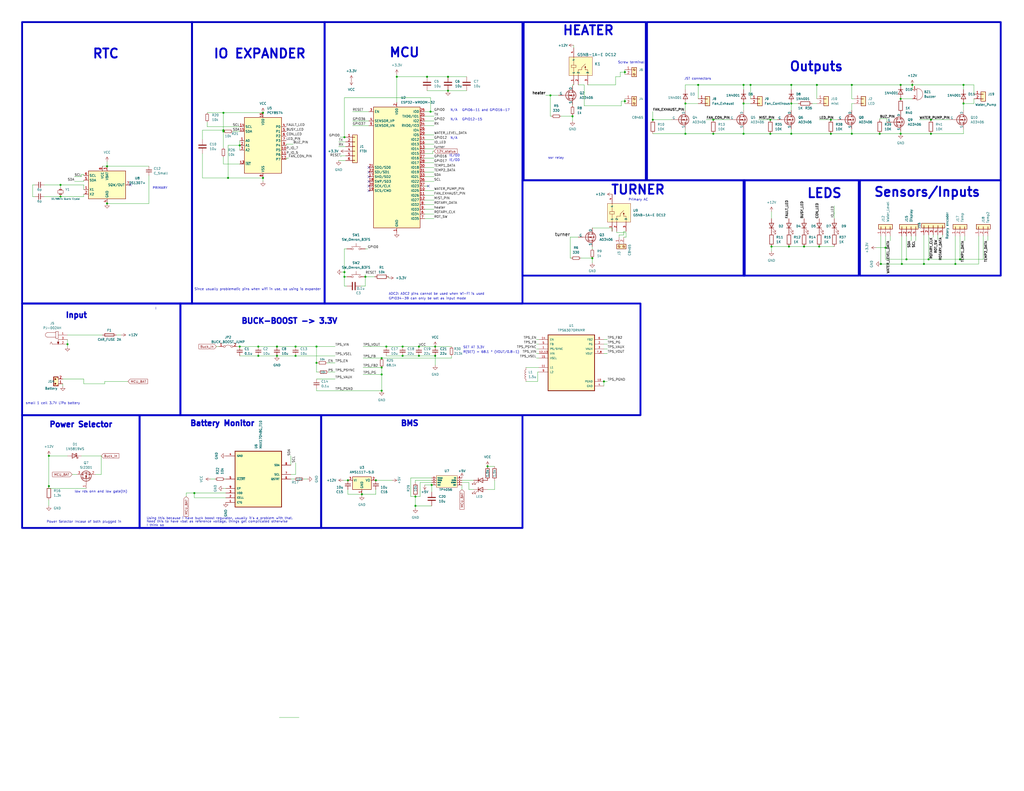
<source format=kicad_sch>
(kicad_sch (version 20231120) (generator "eeschema") (generator_version "8.0")
  (paper "C")
  (title_block (title "Capibator") (date "2024-01-19") (rev "1.1") (company "capistor.com"))
  (junction (at 405.765 56.515))
  (junction (at 521.335 144.145))
  (junction (at 464.82 46.355))
  (junction (at 140.97 194.31))
  (junction (at 525.78 46.355))
  (junction (at 389.255 65.405))
  (junction (at 33.02 100.965))
  (junction (at 389.255 73.025))
  (junction (at 58.42 90.805))
  (junction (at 453.39 65.405))
  (junction (at 172.72 198.12))
  (junction (at 208.28 204.47))
  (junction (at 504.19 144.145))
  (junction (at 480.06 73.025))
  (junction (at 219.71 194.31))
  (junction (at 140.97 189.23))
  (junction (at 26.67 265.43))
  (junction (at 121.92 71.12))
  (junction (at 356.235 65.405))
  (junction (at 187.96 151.13))
  (junction (at 228.6 194.31))
  (junction (at 480.695 144.145))
  (junction (at 233.045 41.91))
  (junction (at 121.92 71.755))
  (junction (at 244.475 41.91))
  (junction (at 210.82 189.23))
  (junction (at 374.015 56.515))
  (junction (at 226.695 271.145))
  (junction (at 161.29 194.31))
  (junction (at 431.8 73.025))
  (junction (at 187.96 74.93))
  (junction (at 340.995 39.37))
  (junction (at 244.475 49.53))
  (junction (at 143.51 61.595))
  (junction (at 106.045 269.24))
  (junction (at 130.81 79.375))
  (junction (at 237.49 194.31))
  (junction (at 199.39 151.13))
  (junction (at 124.46 97.155))
  (junction (at 216.535 41.91))
  (junction (at 130.81 189.23))
  (junction (at 143.51 97.155))
  (junction (at 187.96 148.59))
  (junction (at 329.565 208.28))
  (junction (at 226.695 276.225))
  (junction (at 491.49 53.975))
  (junction (at 266.065 254.635))
  (junction (at 453.39 73.025))
  (junction (at 431.8 56.515))
  (junction (at 492.125 144.145))
  (junction (at 491.49 46.355))
  (junction (at 237.49 189.23))
  (junction (at 430.53 134.62))
  (junction (at 189.865 262.255))
  (junction (at 172.72 189.23))
  (junction (at 491.49 73.025))
  (junction (at 447.04 134.62))
  (junction (at 431.8 46.355))
  (junction (at 525.78 56.515))
  (junction (at 438.785 134.62))
  (junction (at 151.13 189.23))
  (junction (at 300.355 52.07))
  (junction (at 340.995 55.245))
  (junction (at 464.82 73.025))
  (junction (at 205.105 262.255))
  (junction (at 405.765 73.025))
  (junction (at 234.95 60.96))
  (junction (at 420.37 65.405))
  (junction (at 523.875 141.605))
  (junction (at 161.29 189.23))
  (junction (at 506.73 141.605))
  (junction (at 208.28 195.58))
  (junction (at 420.37 73.025))
  (junction (at 208.28 200.66))
  (junction (at 121.92 61.595))
  (junction (at 497.84 46.355))
  (junction (at 312.42 63.5))
  (junction (at 151.13 194.31))
  (junction (at 26.67 248.92))
  (junction (at 33.02 107.315))
  (junction (at 405.765 46.355))
  (junction (at 494.665 141.605))
  (junction (at 409.575 46.355))
  (junction (at 381 46.355))
  (junction (at 421.005 134.62))
  (junction (at 228.6 189.23))
  (junction (at 36.83 187.96))
  (junction (at 219.71 189.23))
  (junction (at 508 65.405))
  (junction (at 235.585 264.795))
  (junction (at 197.485 269.875))
  (junction (at 374.015 73.025))
  (junction (at 58.42 111.125))
  (junction (at 445.77 46.355))
  (junction (at 508 73.025))
  (junction (at 483.235 135.255))
  (junction (at 323.215 140.97))
  (junction (at 208.28 213.36))
  (no_connect (at 71.12 100.965))
  (no_connect (at 201.295 104.14))
  (no_connect (at 201.295 93.98))
  (no_connect (at 201.295 96.52))
  (no_connect (at 233.68 101.6))
  (no_connect (at 201.295 91.44))
  (no_connect (at 201.295 101.6))
  (no_connect (at 201.295 99.06))
  (wire (pts (xy 45.72 107.315) (xy 45.72 106.045)))
  (wire (pts (xy 127 71.755) (xy 130.81 71.755)))
  (wire (pts (xy 497.84 46.355) (xy 525.78 46.355)))
  (wire (pts (xy 187.325 262.255) (xy 189.865 262.255)))
  (wire (pts (xy 536.575 128.905) (xy 536.575 141.605)))
  (wire (pts (xy 329.565 187.96) (xy 331.47 187.96)))
  (wire (pts (xy 329.565 208.28) (xy 329.565 210.82)))
  (wire (pts (xy 526.415 128.905) (xy 526.415 131.445)))
  (wire (pts (xy 224.155 271.145) (xy 226.695 271.145)))
  (wire (pts (xy 525.78 46.355) (xy 531.495 46.355)))
  (wire (pts (xy 161.29 252.73) (xy 161.29 259.08)))
  (wire (pts (xy 494.665 128.905) (xy 494.665 141.605)))
  (wire (pts (xy 421.005 134.62) (xy 430.53 134.62)))
  (wire (pts (xy 374.015 73.025) (xy 389.255 73.025)))
  (wire (pts (xy 66.04 182.88) (xy 63.5 182.88)))
  (wire (pts (xy 156.21 78.74) (xy 160.02 78.74)))
  (wire (pts (xy 234.95 60.96) (xy 236.855 60.96)))
  (polyline (pts (xy 85.09 167.64) (xy 85.09 168.91)))
  (wire (pts (xy 521.335 128.905) (xy 521.335 144.145)))
  (wire (pts (xy 130.81 89.535) (xy 121.92 89.535)))
  (wire (pts (xy 255.905 267.335) (xy 255.905 263.525)))
  (wire (pts (xy 121.92 266.7) (xy 123.19 266.7)))
  (wire (pts (xy 121.92 61.595) (xy 143.51 61.595)))
  (wire (pts (xy 231.775 66.04) (xy 236.855 66.04)))
  (wire (pts (xy 216.535 41.91) (xy 233.045 41.91)))
  (wire (pts (xy 311.15 129.54) (xy 311.15 140.97)))
  (wire (pts (xy 160.655 261.62) (xy 158.75 261.62)))
  (wire (pts (xy 229.235 271.145) (xy 226.695 271.145)))
  (wire (pts (xy 118.11 189.23) (xy 119.38 189.23)))
  (wire (pts (xy 237.49 189.23) (xy 246.38 189.23)))
  (wire (pts (xy 198.12 189.23) (xy 210.82 189.23)))
  (wire (pts (xy 235.585 260.985) (xy 224.155 260.985)))
  (wire (pts (xy 24.13 107.315) (xy 33.02 107.315)))
  (wire (pts (xy 231.775 73.66) (xy 236.855 73.66)))
  (wire (pts (xy 173.99 203.2) (xy 172.72 203.2)))
  (wire (pts (xy 184.785 80.01) (xy 188.595 80.01)))
  (wire (pts (xy 381 46.355) (xy 405.765 46.355)))
  (wire (pts (xy 187.96 53.34) (xy 187.96 74.93)))
  (wire (pts (xy 311.15 129.54) (xy 315.595 129.54)))
  (wire (pts (xy 491.49 73.025) (xy 508 73.025)))
  (wire (pts (xy 255.905 267.335) (xy 258.445 267.335)))
  (wire (pts (xy 334.01 124.46) (xy 323.215 124.46)))
  (wire (pts (xy 143.51 97.155) (xy 143.51 99.06)))
  (wire (pts (xy 130.81 76.835) (xy 130.81 79.375)))
  (wire (pts (xy 534.035 128.905) (xy 534.035 144.145)))
  (wire (pts (xy 297.815 52.07) (xy 300.355 52.07)))
  (wire (pts (xy 187.96 151.13) (xy 187.96 148.59)))
  (wire (pts (xy 506.73 141.605) (xy 494.665 141.605)))
  (wire (pts (xy 234.95 53.34) (xy 234.95 60.96)))
  (wire (pts (xy 219.71 189.23) (xy 228.6 189.23)))
  (wire (pts (xy 123.19 271.78) (xy 106.045 271.78)))
  (wire (pts (xy 506.73 128.27) (xy 506.73 141.605)))
  (wire (pts (xy 287.02 200.66) (xy 294.005 200.66)))
  (wire (pts (xy 208.28 204.47) (xy 208.28 213.36)))
  (wire (pts (xy 130.81 189.23) (xy 140.97 189.23)))
  (wire (pts (xy 45.72 209.55) (xy 57.15 209.55)))
  (wire (pts (xy 409.575 46.355) (xy 431.8 46.355)))
  (wire (pts (xy 318.77 46.355) (xy 318.77 57.785)))
  (wire (pts (xy 508 73.025) (xy 525.78 73.025)))
  (wire (pts (xy 189.865 269.875) (xy 197.485 269.875)))
  (wire (pts (xy 231.775 264.795) (xy 235.585 264.795)))
  (wire (pts (xy 197.485 270.51) (xy 197.485 269.875)))
  (wire (pts (xy 252.095 262.255) (xy 258.445 262.255)))
  (wire (pts (xy 341.63 129.54) (xy 340.36 129.54)))
  (wire (pts (xy 504.19 144.145) (xy 521.335 144.145)))
  (wire (pts (xy 231.775 88.9) (xy 236.855 88.9)))
  (wire (pts (xy 26.67 248.92) (xy 36.83 248.92)))
  (wire (pts (xy 184.785 87.63) (xy 188.595 87.63)))
  (wire (pts (xy 45.72 98.425) (xy 45.72 99.06)))
  (wire (pts (xy 478.155 135.255) (xy 483.235 135.255)))
  (wire (pts (xy 340.36 128.27) (xy 337.82 128.27)))
  (wire (pts (xy 331.47 193.04) (xy 329.565 193.04)))
  (wire (pts (xy 212.09 151.13) (xy 212.09 151.765)))
  (wire (pts (xy 374.015 46.355) (xy 374.015 48.895)))
  (wire (pts (xy 26.67 273.05) (xy 26.67 276.225)))
  (wire (pts (xy 340.995 55.245) (xy 339.09 55.245)))
  (wire (pts (xy 101.6 269.24) (xy 106.045 269.24)))
  (wire (pts (xy 244.475 49.53) (xy 254.635 49.53)))
  (wire (pts (xy 26.67 265.43) (xy 26.67 266.7)))
  (wire (pts (xy 231.775 116.84) (xy 236.855 116.84)))
  (wire (pts (xy 237.49 199.39) (xy 237.49 194.31)))
  (wire (pts (xy 110.49 71.12) (xy 110.49 76.2)))
  (wire (pts (xy 483.235 128.905) (xy 483.235 135.255)))
  (wire (pts (xy 525.78 73.025) (xy 525.78 70.485)))
  (wire (pts (xy 228.6 194.31) (xy 237.49 194.31)))
  (wire (pts (xy 336.55 127) (xy 336.55 126.365)))
  (wire (pts (xy 143.51 97.155) (xy 124.46 97.155)))
  (wire (pts (xy 236.855 109.22) (xy 231.775 109.22)))
  (wire (pts (xy 163.195 391.795) (xy 152.4 391.795)))
  (wire (pts (xy 231.775 86.36) (xy 236.855 86.36)))
  (wire (pts (xy 381 53.975) (xy 381 46.355)))
  (wire (pts (xy 246.38 195.58) (xy 246.38 194.31)))
  (wire (pts (xy 33.02 107.315) (xy 45.72 107.315)))
  (wire (pts (xy 294.005 187.96) (xy 292.735 187.96)))
  (wire (pts (xy 186.69 148.59) (xy 187.96 148.59)))
  (wire (pts (xy 300.355 63.5) (xy 300.99 63.5)))
  (wire (pts (xy 17.78 100.965) (xy 17.78 107.315)))
  (wire (pts (xy 188.595 74.93) (xy 187.96 74.93)))
  (wire (pts (xy 293.37 208.28) (xy 293.37 203.2)))
  (wire (pts (xy 409.575 46.355) (xy 409.575 53.975)))
  (wire (pts (xy 539.115 128.905) (xy 539.115 131.445)))
  (wire (pts (xy 483.235 135.255) (xy 483.235 141.605)))
  (wire (pts (xy 431.8 56.515) (xy 435.61 56.515)))
  (wire (pts (xy 421.005 137.16) (xy 421.005 134.62)))
  (wire (pts (xy 158.75 248.92) (xy 158.75 254)))
  (wire (pts (xy 292.735 185.42) (xy 294.005 185.42)))
  (wire (pts (xy 405.765 73.025) (xy 420.37 73.025)))
  (wire (pts (xy 405.765 56.515) (xy 409.575 56.515)))
  (wire (pts (xy 208.28 204.47) (xy 208.28 200.66)))
  (wire (pts (xy 158.75 259.08) (xy 161.29 259.08)))
  (wire (pts (xy 36.83 185.42) (xy 36.83 187.96)))
  (wire (pts (xy 311.15 140.97) (xy 311.785 140.97)))
  (wire (pts (xy 26.67 248.92) (xy 26.67 265.43)))
  (wire (pts (xy 231.775 99.06) (xy 236.855 99.06)))
  (wire (pts (xy 231.775 114.3) (xy 236.855 114.3)))
  (wire (pts (xy 205.105 267.335) (xy 205.105 269.875)))
  (wire (pts (xy 525.78 55.88) (xy 525.78 56.515)))
  (wire (pts (xy 480.06 64.77) (xy 483.87 64.77)))
  (wire (pts (xy 312.42 62.865) (xy 312.42 63.5)))
  (wire (pts (xy 210.82 189.23) (xy 219.71 189.23)))
  (wire (pts (xy 200.66 135.89) (xy 199.39 135.89)))
  (wire (pts (xy 113.03 61.595) (xy 121.92 61.595)))
  (wire (pts (xy 491.49 46.355) (xy 497.84 46.355)))
  (wire (pts (xy 36.83 187.96) (xy 36.83 189.23)))
  (wire (pts (xy 187.96 135.89) (xy 189.23 135.89)))
  (wire (pts (xy 231.775 101.6) (xy 233.68 101.6)))
  (wire (pts (xy 129.54 189.23) (xy 130.81 189.23)))
  (wire (pts (xy 231.775 76.2) (xy 236.855 76.2)))
  (wire (pts (xy 374.015 56.515) (xy 374.015 60.325)))
  (wire (pts (xy 179.07 203.2) (xy 182.88 203.2)))
  (wire (pts (xy 52.07 259.08) (xy 55.245 259.08)))
  (wire (pts (xy 199.39 151.13) (xy 199.39 156.21)))
  (wire (pts (xy 57.15 209.55) (xy 57.15 208.28)))
  (wire (pts (xy 178.435 198.12) (xy 182.88 198.12)))
  (wire (pts (xy 445.77 46.355) (xy 464.82 46.355)))
  (wire (pts (xy 165.735 261.62) (xy 167.64 261.62)))
  (wire (pts (xy 312.42 63.5) (xy 312.42 66.04)))
  (wire (pts (xy 121.92 71.12) (xy 110.49 71.12)))
  (wire (pts (xy 438.785 134.62) (xy 447.04 134.62)))
  (wire (pts (xy 231.775 106.68) (xy 236.855 106.68)))
  (wire (pts (xy 339.09 55.245) (xy 339.09 57.785)))
  (wire (pts (xy 244.475 41.91) (xy 254.635 41.91)))
  (wire (pts (xy 173.355 198.12) (xy 172.72 198.12)))
  (wire (pts (xy 172.72 203.2) (xy 172.72 198.12)))
  (wire (pts (xy 216.535 40.64) (xy 216.535 41.91)))
  (wire (pts (xy 338.455 39.37) (xy 340.995 39.37)))
  (wire (pts (xy 113.03 69.215) (xy 130.81 69.215)))
  (wire (pts (xy 431.8 46.355) (xy 445.77 46.355)))
  (wire (pts (xy 187.96 74.93) (xy 185.42 74.93)))
  (wire (pts (xy 231.775 119.38) (xy 236.855 119.38)))
  (wire (pts (xy 157.48 86.36) (xy 156.21 86.36)))
  (wire (pts (xy 312.42 57.785) (xy 312.42 57.15)))
  (wire (pts (xy 323.215 140.97) (xy 323.215 143.51)))
  (wire (pts (xy 340.995 53.975) (xy 340.995 55.245)))
  (wire (pts (xy 231.775 68.58) (xy 236.855 68.58)))
  (wire (pts (xy 172.72 212.09) (xy 172.72 213.36)))
  (wire (pts (xy 192.405 68.58) (xy 201.295 68.58)))
  (wire (pts (xy 226.695 262.255) (xy 226.695 263.525)))
  (wire (pts (xy 33.02 100.965) (xy 45.72 100.965)))
  (wire (pts (xy 187.96 151.13) (xy 187.96 156.21)))
  (wire (pts (xy 236.22 83.82) (xy 231.775 83.82)))
  (wire (pts (xy 36.83 182.88) (xy 55.88 182.88)))
  (wire (pts (xy 235.585 264.795) (xy 235.585 268.605)))
  (wire (pts (xy 199.39 149.86) (xy 199.39 151.13)))
  (wire (pts (xy 121.92 89.535) (xy 121.92 85.725)))
  (wire (pts (xy 293.37 203.2) (xy 294.005 203.2)))
  (wire (pts (xy 187.96 151.13) (xy 189.23 151.13)))
  (wire (pts (xy 313.055 46.355) (xy 312.42 46.355)))
  (wire (pts (xy 161.29 194.31) (xy 182.88 194.31)))
  (wire (pts (xy 34.29 210.82) (xy 34.29 209.55)))
  (wire (pts (xy 187.96 148.59) (xy 187.96 135.89)))
  (wire (pts (xy 292.735 195.58) (xy 294.005 195.58)))
  (wire (pts (xy 531.495 51.435) (xy 531.495 46.355)))
  (wire (pts (xy 216.535 41.91) (xy 216.535 55.88)))
  (wire (pts (xy 44.45 95.25) (xy 45.72 95.25)))
  (wire (pts (xy 340.995 55.245) (xy 340.995 56.515)))
  (wire (pts (xy 231.775 104.14) (xy 236.855 104.14)))
  (wire (pts (xy 140.97 189.23) (xy 151.13 189.23)))
  (wire (pts (xy 199.39 151.13) (xy 204.47 151.13)))
  (wire (pts (xy 266.065 267.335) (xy 269.875 267.335)))
  (wire (pts (xy 17.78 107.315) (xy 19.05 107.315)))
  (wire (pts (xy 335.915 46.355) (xy 335.915 41.91)))
  (wire (pts (xy 233.045 49.53) (xy 244.475 49.53)))
  (wire (pts (xy 420.37 65.405) (xy 424.18 65.405)))
  (wire (pts (xy 255.905 263.525) (xy 252.095 263.525)))
  (wire (pts (xy 480.06 64.77) (xy 480.06 65.405)))
  (wire (pts (xy 389.255 73.025) (xy 405.765 73.025)))
  (wire (pts (xy 231.775 78.74) (xy 236.855 78.74)))
  (wire (pts (xy 445.77 56.515) (xy 443.23 56.515)))
  (wire (pts (xy 445.77 46.355) (xy 445.77 53.975)))
  (wire (pts (xy 235.585 263.525) (xy 229.235 263.525)))
  (wire (pts (xy 453.39 73.025) (xy 464.82 73.025)))
  (wire (pts (xy 231.775 81.28) (xy 236.855 81.28)))
  (wire (pts (xy 430.53 134.62) (xy 438.785 134.62)))
  (wire (pts (xy 501.65 65.405) (xy 508 65.405)))
  (wire (pts (xy 55.88 90.805) (xy 58.42 90.805)))
  (wire (pts (xy 110.49 83.82) (xy 110.49 97.155)))
  (wire (pts (xy 340.995 38.1) (xy 340.995 39.37)))
  (wire (pts (xy 123.19 261.62) (xy 122.555 261.62)))
  (wire (pts (xy 34.29 207.01) (xy 45.72 207.01)))
  (wire (pts (xy 338.455 39.37) (xy 338.455 41.91)))
  (wire (pts (xy 124.46 79.375) (xy 130.81 79.375)))
  (wire (pts (xy 45.72 95.25) (xy 45.72 95.885)))
  (wire (pts (xy 236.22 82.55) (xy 236.855 82.55)))
  (wire (pts (xy 121.92 61.595) (xy 121.92 71.12)))
  (wire (pts (xy 186.055 85.725) (xy 186.055 85.09)))
  (wire (pts (xy 312.42 46.355) (xy 312.42 46.99)))
  (wire (pts (xy 226.695 277.495) (xy 226.695 276.225)))
  (wire (pts (xy 336.55 127) (xy 341.63 127)))
  (wire (pts (xy 509.27 129.54) (xy 509.27 128.27)))
  (wire (pts (xy 374.015 73.025) (xy 374.015 70.485)))
  (wire (pts (xy 231.775 111.76) (xy 236.855 111.76)))
  (wire (pts (xy 58.42 90.805) (xy 81.28 90.805)))
  (wire (pts (xy 374.015 46.355) (xy 381 46.355)))
  (wire (pts (xy 208.28 195.58) (xy 246.38 195.58)))
  (wire (pts (xy 300.355 52.07) (xy 304.8 52.07)))
  (wire (pts (xy 320.675 46.355) (xy 335.915 46.355)))
  (wire (pts (xy 44.45 95.25) (xy 44.45 96.52)))
  (wire (pts (xy 492.125 144.145) (xy 480.695 144.145)))
  (wire (pts (xy 33.02 102.235) (xy 33.02 100.965)))
  (wire (pts (xy 491.49 53.975) (xy 497.84 53.975)))
  (wire (pts (xy 172.72 189.23) (xy 172.72 198.12)))
  (wire (pts (xy 464.82 73.025) (xy 464.82 70.485)))
  (wire (pts (xy 226.695 276.225) (xy 235.585 276.225)))
  (wire (pts (xy 40.64 96.52) (xy 44.45 96.52)))
  (wire (pts (xy 106.045 271.78) (xy 106.045 269.24)))
  (wire (pts (xy 184.785 77.47) (xy 188.595 77.47)))
  (wire (pts (xy 172.72 189.23) (xy 182.88 189.23)))
  (wire (pts (xy 464.82 46.355) (xy 491.49 46.355)))
  (wire (pts (xy 464.82 73.025) (xy 480.06 73.025)))
  (wire (pts (xy 492.125 128.905) (xy 492.125 144.145)))
  (wire (pts (xy 235.585 262.255) (xy 226.695 262.255)))
  (wire (pts (xy 189.865 267.335) (xy 189.865 269.875)))
  (wire (pts (xy 224.155 260.985) (xy 224.155 271.145)))
  (wire (pts (xy 466.09 56.515) (xy 464.82 56.515)))
  (wire (pts (xy 231.775 93.98) (xy 236.855 93.98)))
  (wire (pts (xy 231.775 63.5) (xy 236.855 63.5)))
  (wire (pts (xy 192.405 66.04) (xy 201.295 66.04)))
  (wire (pts (xy 389.255 65.405) (xy 398.145 65.405)))
  (wire (pts (xy 497.84 46.355) (xy 497.84 48.895)))
  (wire (pts (xy 536.575 141.605) (xy 523.875 141.605)))
  (wire (pts (xy 189.23 156.21) (xy 187.96 156.21)))
  (wire (pts (xy 110.49 97.155) (xy 124.46 97.155)))
  (wire (pts (xy 523.875 128.905) (xy 523.875 141.605)))
  (wire (pts (xy 151.13 194.31) (xy 161.29 194.31)))
  (wire (pts (xy 45.72 99.06) (xy 40.64 99.06)))
  (wire (pts (xy 55.245 248.92) (xy 44.45 248.92)))
  (wire (pts (xy 480.695 128.905) (xy 480.695 144.145)))
  (wire (pts (xy 525.78 56.515) (xy 531.495 56.515)))
  (wire (pts (xy 198.12 204.47) (xy 208.28 204.47)))
  (wire (pts (xy 101.6 269.24) (xy 101.6 271.145)))
  (wire (pts (xy 121.92 71.755) (xy 121.92 80.645)))
  (wire (pts (xy 81.28 95.885) (xy 81.28 111.125)))
  (wire (pts (xy 210.82 194.31) (xy 219.71 194.31)))
  (wire (pts (xy 497.205 128.905) (xy 497.205 131.445)))
  (wire (pts (xy 229.235 263.525) (xy 229.235 271.145)))
  (wire (pts (xy 198.12 200.66) (xy 208.28 200.66)))
  (wire (pts (xy 431.8 73.025) (xy 431.8 70.485)))
  (wire (pts (xy 287.02 208.28) (xy 293.37 208.28)))
  (wire (pts (xy 508 65.405) (xy 518.16 65.405)))
  (wire (pts (xy 231.775 91.44) (xy 236.855 91.44)))
  (wire (pts (xy 531.495 56.515) (xy 531.495 53.975)))
  (wire (pts (xy 266.065 254.635) (xy 269.875 254.635)))
  (wire (pts (xy 455.295 134.62) (xy 447.04 134.62)))
  (wire (pts (xy 231.775 60.96) (xy 234.95 60.96)))
  (wire (pts (xy 431.8 46.355) (xy 431.8 48.895)))
  (wire (pts (xy 506.73 141.605) (xy 523.875 141.605)))
  (wire (pts (xy 337.82 128.27) (xy 337.82 129.54)))
  (wire (pts (xy 431.8 56.515) (xy 431.8 60.325)))
  (wire (pts (xy 19.05 100.965) (xy 17.78 100.965)))
  (wire (pts (xy 514.35 128.27) (xy 514.35 129.54)))
  (wire (pts (xy 233.045 41.91) (xy 244.475 41.91)))
  (wire (pts (xy 81.28 111.125) (xy 58.42 111.125)))
  (wire (pts (xy 156.21 78.74) (xy 156.21 79.375)))
  (wire (pts (xy 374.015 56.515) (xy 381 56.515)))
  (wire (pts (xy 156.21 86.36) (xy 156.21 86.995)))
  (wire (pts (xy 58.42 88.265) (xy 58.42 90.805)))
  (wire (pts (xy 318.77 57.785) (xy 339.09 57.785)))
  (wire (pts (xy 219.71 194.31) (xy 228.6 194.31)))
  (wire (pts (xy 306.07 63.5) (xy 312.42 63.5)))
  (wire (pts (xy 464.82 56.515) (xy 464.82 60.325)))
  (wire (pts (xy 335.915 41.91) (xy 338.455 41.91)))
  (wire (pts (xy 315.595 46.355) (xy 318.77 46.355)))
  (wire (pts (xy 356.235 60.96) (xy 356.235 65.405)))
  (wire (pts (xy 431.8 73.025) (xy 453.39 73.025)))
  (wire (pts (xy 405.765 73.025) (xy 405.765 70.485)))
  (wire (pts (xy 504.19 144.145) (xy 492.125 144.145)))
  (wire (pts (xy 57.15 208.28) (xy 69.85 208.28)))
  (wire (pts (xy 323.215 135.89) (xy 323.215 134.62)))
  (wire (pts (xy 385.445 65.405) (xy 389.255 65.405)))
  (wire (pts (xy 140.97 194.31) (xy 151.13 194.31)))
  (wire (pts (xy 196.85 156.21) (xy 199.39 156.21)))
  (wire (pts (xy 45.72 100.965) (xy 45.72 103.505)))
  (wire (pts (xy 228.6 189.23) (xy 237.49 189.23)))
  (wire (pts (xy 340.36 128.27) (xy 340.36 126.365)))
  (wire (pts (xy 198.12 195.58) (xy 208.28 195.58)))
  (wire (pts (xy 300.355 52.07) (xy 300.355 63.5)))
  (wire (pts (xy 313.055 24.765) (xy 313.055 26.035)))
  (wire (pts (xy 172.72 207.01) (xy 182.88 207.01)))
  (wire (pts (xy 226.695 276.225) (xy 226.695 271.145)))
  (wire (pts (xy 414.02 65.405) (xy 420.37 65.405)))
  (wire (pts (xy 447.04 65.405) (xy 453.39 65.405)))
  (wire (pts (xy 483.87 66.675) (xy 483.87 64.77)))
  (wire (pts (xy 269.875 262.255) (xy 269.875 267.335)))
  (wire (pts (xy 525.78 56.515) (xy 525.78 60.325)))
  (wire (pts (xy 420.37 73.025) (xy 431.8 73.025)))
  (wire (pts (xy 356.235 65.405) (xy 366.395 65.405)))
  (wire (pts (xy 205.105 262.255) (xy 213.995 262.255)))
  (wire (pts (xy 231.775 96.52) (xy 236.855 96.52)))
  (wire (pts (xy 117.475 261.62) (xy 114.935 261.62)))
  (wire (pts (xy 356.235 73.025) (xy 374.015 73.025)))
  (wire (pts (xy 45.72 209.55) (xy 45.72 207.01)))
  (wire (pts (xy 421.005 115.57) (xy 421.005 119.38)))
  (wire (pts (xy 334.01 126.365) (xy 334.01 124.46)))
  (wire (pts (xy 55.245 248.92) (xy 55.245 259.08)))
  (wire (pts (xy 234.95 53.34) (xy 187.96 53.34)))
  (wire (pts (xy 26.67 266.7) (xy 46.99 266.7)))
  (wire (pts (xy 252.095 267.335) (xy 252.095 264.795)))
  (wire (pts (xy 455.295 112.395) (xy 455.295 119.38)))
  (wire (pts (xy 205.105 269.875) (xy 197.485 269.875)))
  (wire (pts (xy 192.405 60.96) (xy 201.295 60.96)))
  (wire (pts (xy 24.13 100.965) (xy 33.02 100.965)))
  (wire (pts (xy 525.78 46.355) (xy 525.78 48.895)))
  (wire (pts (xy 511.81 130.81) (xy 511.81 128.27)))
  (wire (pts (xy 130.81 194.31) (xy 140.97 194.31)))
  (wire (pts (xy 39.37 259.08) (xy 41.91 259.08)))
  (wire (pts (xy 151.13 189.23) (xy 161.29 189.23)))
  (wire (pts (xy 329.565 208.28) (xy 331.47 208.28)))
  (wire (pts (xy 464.82 46.355) (xy 464.82 53.975)))
  (wire (pts (xy 340.995 39.37) (xy 340.995 40.64)))
  (wire (pts (xy 186.055 85.09) (xy 188.595 85.09)))
  (wire (pts (xy 340.36 126.365) (xy 341.63 126.365)))
  (wire (pts (xy 480.06 73.025) (xy 491.49 73.025)))
  (wire (pts (xy 405.765 56.515) (xy 405.765 60.325)))
  (wire (pts (xy 453.39 65.405) (xy 457.2 65.405)))
  (wire (pts (xy 123.19 269.24) (xy 106.045 269.24)))
  (wire (pts (xy 491.49 71.755) (xy 491.49 73.025)))
  (wire (pts (xy 121.92 71.12) (xy 121.92 71.755)))
  (wire (pts (xy 294.005 193.04) (xy 292.735 193.04)))
  (wire (pts (xy 405.765 46.355) (xy 405.765 48.895)))
  (wire (pts (xy 464.82 53.975) (xy 466.09 53.975)))
  (wire (pts (xy 494.665 141.605) (xy 483.235 141.605)))
  (wire (pts (xy 130.81 79.375) (xy 130.81 81.915)))
  (wire (pts (xy 341.63 127) (xy 341.63 129.54)))
  (wire (pts (xy 331.47 190.5) (xy 329.565 190.5)))
  (wire (pts (xy 236.22 82.55) (xy 236.22 83.82)))
  (wire (pts (xy 499.745 128.905) (xy 499.745 131.445)))
  (wire (pts (xy 316.865 140.97) (xy 323.215 140.97)))
  (wire (pts (xy 124.46 97.155) (xy 124.46 79.375)))
  (wire (pts (xy 504.19 128.27) (xy 504.19 144.145)))
  (wire (pts (xy 172.72 213.36) (xy 208.28 213.36)))
  (wire (pts (xy 161.29 189.23) (xy 172.72 189.23)))
  (wire (pts (xy 485.775 131.445) (xy 485.775 128.905)))
  (wire (pts (xy 113.03 69.215) (xy 113.03 66.675)))
  (wire (pts (xy 405.765 46.355) (xy 409.575 46.355)))
  (wire (pts (xy 294.005 190.5) (xy 292.735 190.5)))
  (wire (pts (xy 329.565 185.42) (xy 331.47 185.42)))
  (wire (pts (xy 534.035 144.145) (xy 521.335 144.145)))
  (rectangle (start 175.26 226.695) (end 285.115 288.29) (stroke (width 1)))
  (rectangle (start 12.065 12.065) (end 104.775 165.735) (stroke (width 1)))
  (rectangle (start 76.2 226.695) (end 175.26 288.29) (stroke (width 1)))
  (rectangle (start 12.065 165.735) (end 98.425 226.695) (stroke (width 1)))
  (rectangle (start 353.06 12.065) (end 546.1 98.425) (stroke (width 1)))
  (rectangle (start 469.265 98.425) (end 546.1 150.495) (stroke (width 1)))
  (rectangle (start 98.425 165.735) (end 349.504 226.695) (stroke (width 1)))
  (rectangle (start 405.765 98.425) (end 468.63 150.495) (stroke (width 1)))
  (rectangle (start 104.775 12.065) (end 177.165 165.735) (stroke (width 1)))
  (rectangle (start 285.115 98.425) (end 406.4 150.495) (stroke (width 1)))
  (rectangle (start 12.065 226.695) (end 76.2 288.29) (stroke (width 1)))
  (rectangle (start 285.75 12.065) (end 352.425 98.425) (stroke (width 1)))
  (rectangle (start 177.165 12.065) (end 285.115 165.735) (stroke (width 1)))
  (text "Battery Monitor\n" (at 103.505 233.045 0) (effects (font (size 3 3) (thickness 1) (bold yes)) (justify left bottom)))
  (text "RTC" (at 50.165 32.385 0) (effects (font (size 5 5) (thickness 1) (bold yes)) (justify left bottom)))
  (text "LEDS\n" (at 440.055 108.585 0) (effects (font (size 5 5) (thickness 1) (bold yes)) (justify left bottom)))
  (text "Using this because i have buck boost regulator. usually it's a problem with that. \n" (at 80.01 283.845 0) (effects (font (size 1.27 1.27)) (justify left bottom)))
  (text "low rds onn and low gate(th) \n" (at 40.64 269.24 0) (effects (font (size 1.27 1.27)) (justify left bottom)))
  (text "MCU\n" (at 212.09 31.75 0) (effects (font (size 5 5) (thickness 1) (bold yes)) (justify left bottom)))
  (text "GPIO34-39 can only be set as input mode" (at 212.09 163.83 0) (effects (font (size 1.27 1.27)) (justify left bottom)))
  (text "ssr relay\n" (at 299.085 86.995 0) (effects (font (size 1.27 1.27)) (justify left bottom)))
  (text "PRIMARY\n" (at 83.185 103.505 0) (effects (font (size 1.27 1.27)) (justify left bottom)))
  (text "BMS\n" (at 218.44 233.045 0) (effects (font (size 3 3) (thickness 1) (bold yes)) (justify left bottom)))
  (text "GPIO6-11 and GPIO16-17" (at 252.095 60.96 0) (effects (font (size 1.27 1.27)) (justify left bottom)))
  (text "IE/OD\n" (at 245.11 88.265 0) (effects (font (size 1.27 1.27)) (justify left bottom)))
  (text "N/A\n" (at 245.745 60.96 0) (effects (font (size 1.27 1.27)) (justify left bottom)))
  (text "Screw terminal\n" (at 337.185 34.925 0) (effects (font (size 1.27 1.27)) (justify left bottom)))
  (text "R(SET) = 68.1 * (VOUT/0.8-1) " (at 252.73 193.04 0) (effects (font (size 1.27 1.27)) (justify left bottom)))
  (text "ADC2: ADC2 pins cannot be used when Wi-Fi is used" (at 212.09 161.29 0) (effects (font (size 1.27 1.27)) (justify left bottom)))
  (text "IO EXPANDER\n" (at 116.205 32.385 0) (effects (font (size 5 5) (thickness 1) (bold yes)) (justify left bottom)))
  (text "Outputs" (at 430.53 39.37 0) (effects (font (size 5 5) (thickness 1) (bold yes)) (justify left bottom)))
  (text "HEATER" (at 306.705 19.685 0) (effects (font (size 5 5) (thickness 1) (bold yes)) (justify left bottom)))
  (text "SET AT 3.3V" (at 252.73 190.5 0) (effects (font (size 1.27 1.27)) (justify left bottom)))
  (text "N/A\n" (at 245.745 76.2 0) (effects (font (size 1.27 1.27)) (justify left bottom)))
  (text "TURNER\n" (at 363.22 106.68 0) (effects (font (size 5 5) (thickness 1) (bold yes)) (justify right bottom)))
  (text "IE/OD\n" (at 245.11 85.725 0) (effects (font (size 1.27 1.27)) (justify left bottom)))
  (text "small 1 cell 3.7V LiPo battery\n" (at 13.97 220.98 0) (effects (font (size 1.27 1.27)) (justify left bottom)))
  (text "Need this to have vbat as reference voltage. things get complicated otherwise\nI think so " (at 80.01 287.655 0) (effects (font (size 1.27 1.27)) (justify left bottom)))
  (text "BUCK-BOOST -> 3.3V" (at 131.445 177.165 0) (effects (font (size 3 3) (thickness 1) (bold yes)) (justify left bottom)))
  (text "JST connectors\n" (at 373.38 43.815 0) (effects (font (size 1.27 1.27)) (justify left bottom)))
  (text "N/A\n" (at 245.745 66.04 0) (effects (font (size 1.27 1.27)) (justify left bottom)))
  (text "Power Selector Incase of both plugged in" (at 25.4 285.75 0) (effects (font (size 1.27 1.27)) (justify left bottom)))
  (text "Sensors/Inputs" (at 535.305 107.95 0) (effects (font (size 5 5) (thickness 1) (bold yes)) (justify right bottom)))
  (text "Since usually problematic pins when wifi in use, so using io expander" (at 106.045 158.75 0) (effects (font (size 1.27 1.27)) (justify left bottom)))
  (text "Primary AC\n" (at 342.9 109.855 0) (effects (font (size 1.27 1.27)) (justify left bottom)))
  (text "GPIO12-15" (at 252.095 66.04 0) (effects (font (size 1.27 1.27)) (justify left bottom)))
  (text "Input" (at 35.56 173.99 0) (effects (font (size 3 3) (thickness 1) (bold yes)) (justify left bottom)))
  (text "Power Selector\n" (at 26.67 233.68 0) (effects (font (size 3 3) (thickness 1) (bold yes)) (justify left bottom)))
  (label "TEMP1_DATA" (at 526.415 131.445 270) (effects (font (bold yes))))
  (label "TPS_VOUT" (at 198.12 189.23 0))
  (label "PS" (at 179.07 203.2 0))
  (label "TPS_FB2" (at 331.47 185.42 0))
  (label "TPS_VIN" (at 182.88 189.23 0))
  (label "TPS_VSEL" (at 292.735 195.58 180))
  (label "ROTARY_DATA" (at 514.35 129.54 270) (effects (font (bold yes))))
  (label "IO_LED" (at 236.855 78.74 0))
  (label "WATER_LEVEL_DATA" (at 485.775 131.445 270) (effects (font (bold yes))))
  (label "ROT_SW" (at 511.81 130.81 270) (effects (font (bold yes))))
  (label "IO_LED" (at 455.295 112.395 270))
  (label "TPS_VIN" (at 292.735 193.04 180))
  (label "FAN_CON_PIN" (at 157.48 86.36 0))
  (label "TPS_VAUX" (at 331.47 190.5 0))
  (label "GPIO16" (at 236.855 86.36 0))
  (label "TEMP2_DATA" (at 236.855 93.98 0))
  (label "P_IO_7" (at 156.21 81.915 0))
  (label "TPS_VAUX" (at 182.88 207.01 0))
  (label "TPS_PG" (at 198.12 204.47 0))
  (label "TPS_FB" (at 292.735 187.96 180))
  (label "P_IO_5" (at 156.21 84.455 0))
  (label "GPIO0" (at 236.855 60.96 0))
  (label "TX" (at 236.855 63.5 0))
  (label "ROTARY_CLK" (at 509.27 129.54 270) (effects (font (bold yes))))
  (label "ROT_SW" (at 236.855 119.38 0))
  (label "RX" (at 184.785 80.01 0))
  (label "GPIO17" (at 236.855 88.9 0))
  (label "RESET" (at 192.405 60.96 0))
  (label "SCL" (at 236.855 99.06 0))
  (label "FAULT_LED" (at 430.53 119.38 90) (effects (font (bold yes))))
  (label "SDA" (at 40.64 99.06 180))
  (label "EN" (at 179.07 198.12 0))
  (label "TPS_VOUT" (at 331.47 193.04 0))
  (label "RESET" (at 199.39 149.86 0))
  (label "ROTARY_DATA" (at 236.855 111.76 0))
  (label "TPS_FB" (at 198.12 195.58 0))
  (label "FAULT_LED" (at 156.21 69.215 0))
  (label "RX" (at 236.855 68.58 0))
  (label "BUSY_LED" (at 438.785 119.38 90) (effects (font (bold yes))))
  (label "GPIO12" (at 236.855 76.2 0))
  (label "GPIO0" (at 200.66 135.89 0))
  (label "BUSY_LED" (at 156.21 71.755 0))
  (label "TPS_EN" (at 182.88 198.12 0))
  (label "FAN_EXHAUST_PIN" (at 356.235 60.96 0) (effects (font (bold yes))))
  (label "MIST_PIN" (at 414.02 65.405 0) (effects (font (bold yes))))
  (label "RESET" (at 186.055 85.725 180))
  (label "SDA" (at 127 71.755 0))
  (label "LED_PIN" (at 447.04 65.405 0) (effects (font (bold yes))))
  (label "TX" (at 184.785 77.47 0))
  (label "TPS_PGND" (at 182.88 213.36 0))
  (label "TPS_EN" (at 292.735 185.42 180))
  (label "FAN_CON_PIN" (at 385.445 65.405 0) (effects (font (bold yes))))
  (label "SCL" (at 127 69.215 0))
  (label "LED_PIN" (at 156.21 76.835 0))
  (label "WATER_PUMP_PIN" (at 236.855 104.14 0))
  (label "TEMP1_DATA" (at 236.855 91.44 0))
  (label "GPIO37" (at 192.405 68.58 0))
  (label "turner" (at 311.15 129.54 180) (effects (font (size 1.8 1.8) (thickness 0.254) (bold yes))))
  (label "WATER_PUMP_PIN" (at 501.65 65.405 0) (effects (font (bold yes))))
  (label "heater" (at 236.855 114.3 0))
  (label "MIST_PIN" (at 236.855 109.22 0))
  (label "VCC" (at 228.6 189.23 0))
  (label "FAN_EXHAUST_PIN" (at 236.855 106.68 0))
  (label "SDA" (at 236.855 96.52 0))
  (label "TPS_FB2" (at 198.12 200.66 0))
  (label "TPS_PSYNC" (at 182.88 203.2 0))
  (label "turner" (at 236.855 81.28 0))
  (label "TPS_PGND" (at 331.47 208.28 0))
  (label "TPS_PSYNC" (at 292.735 190.5 180))
  (label "GPIO36" (at 192.405 66.04 0))
  (label "SCL" (at 40.64 96.52 0))
  (label "TEMP2_DATA" (at 539.115 131.445 270) (effects (font (bold yes))))
  (label "SCL" (at 499.745 131.445 270) (effects (font (bold yes))))
  (label "TPS_VSEL" (at 182.88 194.31 0))
  (label "CON_LED" (at 156.21 74.295 0))
  (label "BUZ_PIN" (at 160.02 78.74 0))
  (label "TPS_PG" (at 331.47 187.96 0))
  (label "GPIO0" (at 185.42 74.93 180))
  (label "CON_LED" (at 447.04 119.38 90) (effects (font (bold yes))))
  (label "GPIO2" (at 236.855 66.04 0))
  (label "SCL" (at 161.29 252.73 90))
  (label "SDA" (at 497.205 131.445 270) (effects (font (bold yes))))
  (label "ROTARY_CLK" (at 236.855 116.84 0))
  (label "BUZ_PIN" (at 480.06 64.77 0) (effects (font (bold yes))))
  (label "WATER_LEVEL_DATA" (at 236.855 73.66 0))
  (label "SDA" (at 158.75 248.92 90))
  (label "heater" (at 297.815 52.07 180) (effects (font (size 1.5 1.5) (thickness 0.28) (bold yes))))
  (global_label "12V_status" (shape input) (at 236.855 82.55 0) (property "Intersheetrefs" "${INTERSHEET_REFS}" (effects (hide yes))))
  (global_label "Buck_In" (shape input) (at 55.245 248.92 0) (property "Intersheetrefs" "${INTERSHEET_REFS}" (effects (hide yes))))
  (global_label "MCU_BAT" (shape input) (at 252.095 267.335 270) (property "Intersheetrefs" "${INTERSHEET_REFS}" (effects (hide yes))))
  (global_label "MCU_BAT" (shape input) (at 39.37 259.08 180) (property "Intersheetrefs" "${INTERSHEET_REFS}" (effects (hide yes))))
  (global_label "MCU_BAT" (shape input) (at 101.6 271.145 270) (property "Intersheetrefs" "${INTERSHEET_REFS}" (effects (hide yes))))
  (global_label "MCU_BAT" (shape input) (at 69.85 208.28 0) (property "Intersheetrefs" "${INTERSHEET_REFS}" (effects (hide yes))))
  (global_label "Buck_In" (shape input) (at 118.11 189.23 180) (property "Intersheetrefs" "${INTERSHEET_REFS}" (effects (hide yes))))
  (symbol (lib_id "power:GND") (at 34.29 210.82 0) (unit 1)
    (property "Reference" "#PWR017" (effects (hide yes)))
    (property "Value" "GND" (effects (hide yes)))
  )
  (symbol (lib_id "power:+12V") (at 421.005 115.57 0) (unit 1)
    (property "Reference" "#PWR019" (effects (hide yes)))
    (property "Value" "+12V" (at 421.005 110.49 0))
  )
  (symbol (lib_id "Device:C_Small") (at 205.105 264.795 0) (unit 1)
    (property "Reference" "C16" (at 207.645 268.605 0) (effects (justify left)))
    (property "Value" "10u" (at 207.645 266.0713 0) (effects (justify left)))
    (property "Footprint" "Capacitor_SMD:C_0805_2012Metric" (effects (hide yes)))
  )
  (symbol (lib_id "Device:C_Small") (at 21.59 100.965 90) (unit 1)
    (property "Reference" "C4" (effects (hide yes)))
    (property "Value" "6p" (at 21.59 103.505 90))
    (property "Footprint" "Capacitor_SMD:C_0805_2012Metric" (effects (hide yes)))
  )
  (symbol (lib_id "power:+12V") (at 497.84 46.355 0) (unit 1)
    (property "Reference" "#PWR048" (effects (hide yes)))
    (property "Value" "+12V" (at 497.84 41.275 0))
  )
  (symbol (lib_id "power:VCC") (at 58.42 88.265 0) (unit 1)
    (property "Reference" "#PWR014" (effects (hide yes)))
    (property "Value" "VCC" (at 58.42 83.185 0))
  )
  (symbol (lib_id "Device:R") (at 356.235 69.215 180) (unit 1)
    (property "Reference" "R10" (at 358.775 67.945 0) (effects (justify right)))
    (property "Value" "10K" (at 358.775 70.485 0) (effects (justify right)))
    (property "Footprint" "Resistor_SMD:R_0805_2012Metric" (effects (hide yes)))
  )
  (symbol (lib_id "Connector:Screw_Terminal_01x02") (at 346.075 53.975 0) (unit 1)
    (property "Reference" "J4" (at 348.615 53.975 0) (effects (justify left)))
    (property "Value" "C8465" (at 344.805 64.135 0) (effects (justify left)))
    (property "Footprint" "TerminalBlock:TerminalBlock_Altech_AK300-2_P5.00mm" (effects (hide yes)))
  )
  (symbol (lib_id "Device:C_Small") (at 219.71 191.77 0) (unit 1)
    (property "Reference" "C18" (at 222.25 190.5063 0) (effects (justify left)))
    (property "Value" "22u" (at 222.25 193.0463 0) (effects (justify left)))
    (property "Footprint" "Resistor_SMD:R_0805_2012Metric" (effects (hide yes)))
  )
  (symbol (lib_id "Diode:1N4001") (at 431.8 52.705 270) (unit 1)
    (property "Reference" "D8" (at 434.34 51.435 90) (effects (justify left)))
    (property "Value" "1N4001" (at 434.34 53.975 90) (effects (justify left)))
    (property "Footprint" "Diode_SMD:D_0805_2012Metric" (effects (hide yes)))
    (property "Datasheet" "http://www.vishay.com/docs/88503/1n4001.pdf" (effects (hide yes)))
    (property "Sim.Device" "D" (effects (hide yes)))
    (property "Sim.Pins" "1=K 2=A" (effects (hide yes)))
  )
  (symbol (lib_id "Device:R_Small") (at 303.53 63.5 90) (unit 1)
    (property "Reference" "R5" (at 303.53 57.785 90))
    (property "Value" "330" (at 303.53 60.325 90))
    (property "Footprint" "Resistor_SMD:R_0805_2012Metric" (effects (hide yes)))
  )
  (symbol (lib_id "power:GND") (at 208.28 213.36 0) (unit 1)
    (property "Reference" "#PWR033" (effects (hide yes)))
    (property "Value" "GND" (at 208.28 218.44 0))
  )
  (symbol (lib_id "Device:Fuse") (at 59.69 182.88 90) (unit 1)
    (property "Reference" "F1" (at 59.69 180.34 90))
    (property "Value" "CAR_FUSE 2A" (at 59.69 185.42 90))
    (property "Footprint" "Fuse:Fuse_1206_3216Metric" (effects (hide yes)))
  )
  (symbol (lib_id "Connector_Generic:Conn_01x04") (at 494.665 123.825 90) (unit 1)
    (property "Reference" "J15" (at 494.665 121.285 0) (effects (justify left)))
    (property "Value" "Display" (at 497.205 121.285 0) (effects (justify left)))
    (property "Footprint" "Connector_JST:JST_GH_SM04B-GHS-TB_1x04-1MP_P1.25mm_Horizontal" (effects (hide yes)))
  )
  (symbol (lib_id "Device:R") (at 447.04 130.81 0) (unit 1)
    (property "Reference" "R15" (at 449.58 129.54 0) (effects (justify left)))
    (property "Value" "1K" (at 449.58 132.08 0) (effects (justify left)))
    (property "Footprint" "Resistor_SMD:R_0805_2012Metric" (effects (hide yes)))
  )
  (symbol (lib_id "Timer_RTC:DS1307+") (at 58.42 100.965 0) (unit 1)
    (property "Reference" "U8" (at 74.93 97.3171 0))
    (property "Value" "DS1307+" (at 74.93 99.8571 0))
    (property "Footprint" "DS1307ZTR:21-0041B_8" (effects (hide yes)))
    (property "Datasheet" "https://datasheets.maximintegrated.com/en/ds/DS1307.pdf" (effects (hide yes)))
  )
  (symbol (lib_id "Diode:1N4001") (at 405.765 52.705 270) (unit 1)
    (property "Reference" "D6" (at 408.305 51.435 90) (effects (justify left)))
    (property "Value" "1N4001" (at 396.24 52.07 90) (effects (justify left)))
    (property "Footprint" "Diode_SMD:D_0805_2012Metric" (effects (hide yes)))
    (property "Datasheet" "http://www.vishay.com/docs/88503/1n4001.pdf" (effects (hide yes)))
    (property "Sim.Device" "D" (effects (hide yes)))
    (property "Sim.Pins" "1=K 2=A" (effects (hide yes)))
  )
  (symbol (lib_id "Connector_Generic:Conn_01x03") (at 523.875 123.825 90) (unit 1)
    (property "Reference" "J17" (at 522.605 121.285 0) (effects (justify left)))
    (property "Value" "Temp" (at 525.145 121.285 0) (effects (justify left)))
    (property "Footprint" "Connector_JST:JST_GH_SM03B-GHS-TB_1x03-1MP_P1.25mm_Horizontal" (effects (hide yes)))
  )
  (symbol (lib_id "Switch:SW_Omron_B3FS") (at 194.31 135.89 0) (unit 1)
    (property "Reference" "SW1" (at 194.31 128.27 0))
    (property "Value" "SW_Omron_B3FS" (at 194.31 130.81 0))
    (property "Footprint" "Button_Switch_SMD:SW_SPST_Omron_B3FS-100xP" (effects (hide yes)))
    (property "Datasheet" "https://omronfs.omron.com/en_US/ecb/products/pdf/en-b3fs.pdf" (effects (hide yes)))
    (property "Description" "Omron B3FS 6x6mm single pole normally-open tactile switch" (effects (hide yes)))
  )
  (symbol (lib_id "power:GND") (at 58.42 111.125 0) (unit 1)
    (property "Reference" "#PWR042" (effects (hide yes)))
    (property "Value" "GND" (effects (hide yes)))
  )
  (symbol (lib_id "TPS63070RNMR:TPS63070RNMR") (at 311.785 198.12 0) (unit 1)
    (property "Reference" "U1" (at 311.785 177.8 0))
    (property "Value" "TPS63070RNMR" (at 311.785 180.34 0))
    (property "Footprint" "TPS63070RNMR:VREG_TPS63070RNMR" (effects (hide yes)))
    (property "Description" "\nWide input voltage (2V-16V) buck-boost converter\n" (effects (hide yes)))
    (property "MF" "Texas Instruments" (effects (hide yes)))
    (property "Package" "VQFN-HR-15 Texas Instruments" (effects (hide yes)))
    (property "Price" "None" (effects (hide yes)))
    (property "SnapEDA_Link" "https://www.snapeda.com/parts/TPS63070RNMR/Texas+Instruments/view-part/?ref=snap" (effects (hide yes)))
    (property "MP" "TPS63070RNMR" (effects (hide yes)))
    (property "Purchase-URL" "https://www.snapeda.com/api/url_track_click_mouser/?unipart_id=583017&manufacturer=Texas Instruments&part_name=TPS63070RNMR&search_term=None" (effects (hide yes)))
    (property "Availability" "In Stock" (effects (hide yes)))
    (property "Check_prices" "https://www.snapeda.com/parts/TPS63070RNMR/Texas+Instruments/view-part/?ref=eda" (effects (hide yes)))
  )
  (symbol (lib_id "Connector:Screw_Terminal_01x02") (at 346.075 38.1 0) (unit 1)
    (property "Reference" "J6" (at 348.615 38.1 0) (effects (justify left)))
    (property "Value" "C8465" (effects (hide yes)))
    (property "Footprint" "TerminalBlock:TerminalBlock_Altech_AK300-2_P5.00mm" (effects (hide yes)))
  )
  (symbol (lib_id "Device:C_Small") (at 161.29 191.77 0) (unit 1)
    (property "Reference" "C13" (at 163.83 190.5063 0) (effects (justify left)))
    (property "Value" "10u" (at 163.83 193.0463 0) (effects (justify left)))
    (property "Footprint" "Capacitor_SMD:C_0805_2012Metric" (effects (hide yes)))
  )
  (symbol (lib_id "Device:R_Small") (at 314.325 140.97 90) (unit 1)
    (property "Reference" "R6" (at 314.325 135.255 90))
    (property "Value" "330" (at 314.325 137.795 90))
    (property "Footprint" "Resistor_SMD:R_0805_2012Metric" (effects (hide yes)))
  )
  (symbol (lib_id "Device:R_Small") (at 120.015 261.62 90) (unit 1)
    (property "Reference" "R22" (at 118.745 259.08 0) (effects (justify left)))
    (property "Value" "10k" (at 121.285 259.08 0) (effects (justify left)))
    (property "Footprint" "Resistor_SMD:R_0805_2012Metric" (effects (hide yes)))
  )
  (symbol (lib_id "Connector_Generic:Conn_01x06") (at 193.675 80.01 0) (unit 1)
    (property "Reference" "J1" (at 196.215 80.01 0) (effects (justify left)))
    (property "Value" "FTDI" (at 196.215 82.55 0) (effects (justify left)))
    (property "Footprint" "Connector_PinHeader_2.54mm:PinHeader_1x06_P2.54mm_Vertical" (effects (hide yes)))
  )
  (symbol (lib_id "Device:R_Small") (at 124.46 71.755 90) (unit 1)
    (property "Reference" "R21" (at 128.27 73.025 90))
    (property "Value" "10k" (at 124.46 74.295 90))
    (property "Footprint" "Resistor_SMD:R_0805_2012Metric" (effects (hide yes)))
  )
  (symbol (lib_id "Device:C_Small") (at 21.59 107.315 90) (unit 1)
    (property "Reference" "C9" (effects (hide yes)))
    (property "Value" "6p" (at 21.59 109.855 90))
    (property "Footprint" "Capacitor_SMD:C_0805_2012Metric" (effects (hide yes)))
  )
  (symbol (lib_id "Device:C_Small") (at 81.28 93.345 180) (unit 1)
    (property "Reference" "C12" (at 83.82 92.0686 0) (effects (justify right)))
    (property "Value" "C_Small" (at 83.82 94.6086 0) (effects (justify right)))
    (property "Footprint" "Capacitor_SMD:C_0805_2012Metric" (effects (hide yes)))
  )
  (symbol (lib_id "Device:LED") (at 262.255 262.255 0) (unit 1)
    (property "Reference" "D13" (effects (hide yes)))
    (property "Value" "LED" (effects (hide yes)))
    (property "Footprint" "LED_SMD:LED_0805_2012Metric" (effects (hide yes)))
  )
  (symbol (lib_id "Device:LED") (at 430.53 123.19 90) (unit 1)
    (property "Reference" "D4" (at 434.34 123.5075 90) (effects (justify right)))
    (property "Value" "FAULT_LED" (effects (hide yes)))
    (property "Footprint" "LED_SMD:LED_0805_2012Metric" (effects (hide yes)))
  )
  (symbol (lib_id "power:GND") (at 123.19 274.32 0) (unit 1)
    (property "Reference" "#PWR012" (effects (hide yes)))
    (property "Value" "GND" (at 123.19 278.13 90) (effects (justify right)))
  )
  (symbol (lib_id "power:GND") (at 167.64 261.62 90) (unit 1)
    (property "Reference" "#PWR027" (effects (hide yes)))
    (property "Value" "GND" (at 172.72 261.62 0))
  )
  (symbol (lib_id "Device:R") (at 508 69.215 180) (unit 1)
    (property "Reference" "R41" (at 510.54 67.945 0) (effects (justify right)))
    (property "Value" "10K" (at 510.54 70.485 0) (effects (justify right)))
    (property "Footprint" "Resistor_SMD:R_0805_2012Metric" (effects (hide yes)))
  )
  (symbol (lib_id "Custom:TP4056") (at 250.825 263.525 0) (unit 1)
    (property "Reference" "U7" (at 243.84 257.175 0))
    (property "Value" "TP4056" (at 243.205 267.335 0))
    (property "Footprint" "TP4056:SOP127P600X175-9N" (effects (hide yes)))
  )
  (symbol (lib_id "Diode:1N5819WS") (at 40.64 248.92 180) (unit 1)
    (property "Reference" "D1" (at 40.9575 242.57 0))
    (property "Value" "1N5819WS" (at 40.9575 245.11 0))
    (property "Footprint" "Diode_SMD:D_0805_2012Metric" (effects (hide yes)))
    (property "Datasheet" "https://datasheet.lcsc.com/lcsc/2204281430_Guangdong-Hottech-1N5819WS_C191023.pdf" (effects (hide yes)))
  )
  (symbol (lib_id "Device:R") (at 266.065 258.445 0) (unit 1)
    (property "Reference" "R31" (effects (hide yes)))
    (property "Value" "1.5k" (at 266.065 258.445 90))
    (property "Footprint" "Resistor_SMD:R_0805_2012Metric" (effects (hide yes)))
  )
  (symbol (lib_id "Device:C") (at 235.585 272.415 0) (unit 1)
    (property "Reference" "C20" (at 239.395 271.145 0) (effects (justify left)))
    (property "Value" "10u" (at 239.395 273.685 0) (effects (justify left)))
    (property "Footprint" "Capacitor_SMD:C_0805_2012Metric" (effects (hide yes)))
  )
  (symbol (lib_id "Device:R") (at 26.67 269.24 0) (unit 1)
    (property "Reference" "R16" (at 29.21 267.97 0) (effects (justify left)))
    (property "Value" "1.3k" (at 29.21 270.51 0) (effects (justify left)))
    (property "Footprint" "Resistor_SMD:R_0805_2012Metric" (effects (hide yes)))
  )
  (symbol (lib_id "power:VCC") (at 191.77 43.815 180) (unit 1)
    (property "Reference" "#PWR045" (effects (hide yes)))
    (property "Value" "VCC" (at 191.77 48.895 0))
  )
  (symbol (lib_id "Device:L") (at 287.02 204.47 180) (unit 1)
    (property "Reference" "L1" (at 288.29 203.2 0) (effects (justify right)))
    (property "Value" "1.5u" (at 288.29 205.74 0) (effects (justify right)))
    (property "Footprint" "Inductor_SMD:L_6.3x6.3_H3" (effects (hide yes)))
  )
  (symbol (lib_id "Device:R") (at 226.695 267.335 0) (unit 1)
    (property "Reference" "R29" (at 222.885 268.605 90) (effects (justify left)))
    (property "Value" "10k" (at 226.695 268.605 90) (effects (justify left)))
    (property "Footprint" "Resistor_SMD:R_0805_2012Metric" (effects (hide yes)))
  )
  (symbol (lib_id "Device:C_Small") (at 130.81 191.77 0) (unit 1)
    (property "Reference" "C1" (at 133.35 190.5063 0) (effects (justify left)))
    (property "Value" "0.1u" (at 133.35 193.0463 0) (effects (justify left)))
    (property "Footprint" "Capacitor_SMD:C_0805_2012Metric" (effects (hide yes)))
  )
  (symbol (lib_id "Connector_Generic:Conn_01x02") (at 386.08 53.975 0) (unit 1)
    (property "Reference" "J8" (at 388.62 53.975 0) (effects (justify left)))
    (property "Value" "Fan_Exhaust" (at 388.62 56.515 0) (effects (justify left)))
    (property "Footprint" "Connector_JST:JST_GH_SM02B-GHS-TB_1x02-1MP_P1.25mm_Horizontal" (effects (hide yes)))
  )
  (symbol (lib_id "Regulator_Linear:AMS1117-5.0") (at 197.485 262.255 0) (unit 1)
    (property "Reference" "U3" (at 197.485 255.27 0))
    (property "Value" "AMS1117-5.0" (at 197.485 257.81 0))
    (property "Footprint" "Package_TO_SOT_SMD:SOT-223-3_TabPin2" (effects (hide yes)))
    (property "Datasheet" "http://www.advanced-monolithic.com/pdf/ds1117.pdf" (effects (hide yes)))
  )
  (symbol (lib_id "Simulation_SPICE:NMOS") (at 523.24 65.405 0) (unit 1)
    (property "Reference" "Q10" (at 529.59 64.135 0) (effects (justify left)))
    (property "Value" "AO3406" (at 529.59 66.675 0) (effects (justify left)))
    (property "Footprint" "Package_TO_SOT_SMD:SOT-23" (effects (hide yes)))
    (property "Datasheet" "https://ngspice.sourceforge.io/docs/ngspice-manual.pdf" (effects (hide yes)))
    (property "Sim.Device" "NMOS" (effects (hide yes)))
    (property "Sim.Type" "VDMOS" (effects (hide yes)))
    (property "Sim.Pins" "1=D 2=G 3=S" (effects (hide yes)))
  )
  (symbol (lib_id "Device:R_Small") (at 175.895 198.12 90) (unit 1)
    (property "Reference" "R23" (effects (hide yes)))
    (property "Value" "10k" (at 175.895 196.215 90) (effects (font (size 1 1))))
    (property "Footprint" "Resistor_SMD:R_0805_2012Metric" (effects (hide yes)))
  )
  (symbol (lib_id "Connector_Generic:Conn_01x02") (at 471.17 53.975 0) (unit 1)
    (property "Reference" "J2" (at 473.71 53.975 0) (effects (justify left)))
    (property "Value" "LED" (at 473.71 56.515 0) (effects (justify left)))
    (property "Footprint" "Connector_JST:JST_GH_SM02B-GHS-TB_1x02-1MP_P1.25mm_Horizontal" (effects (hide yes)))
  )
  (symbol (lib_id "power:GND") (at 421.005 137.16 0) (unit 1)
    (property "Reference" "#PWR020" (effects (hide yes)))
    (property "Value" "GND" (at 421.005 142.24 0))
  )
  (symbol (lib_id "Simulation_SPICE:NMOS") (at 488.95 66.675 0) (unit 1)
    (property "Reference" "Q9" (at 495.3 65.405 0) (effects (justify left)))
    (property "Value" "AO3406" (at 495.3 67.945 0) (effects (justify left)))
    (property "Footprint" "Package_TO_SOT_SMD:SOT-23" (effects (hide yes)))
    (property "Datasheet" "https://ngspice.sourceforge.io/docs/ngspice-manual.pdf" (effects (hide yes)))
    (property "Sim.Device" "NMOS" (effects (hide yes)))
    (property "Sim.Type" "VDMOS" (effects (hide yes)))
    (property "Sim.Pins" "1=D 2=G 3=S" (effects (hide yes)))
  )
  (symbol (lib_id "Device:R_Small") (at 246.38 191.77 0) (unit 1)
    (property "Reference" "R30" (at 247.65 190.5 0) (effects (justify left)))
    (property "Value" "213k" (at 247.65 193.04 0) (effects (justify left)))
    (property "Footprint" "Resistor_SMD:R_0805_2012Metric" (effects (hide yes)))
  )
  (symbol (lib_id "Device:C") (at 110.49 80.01 180) (unit 1)
    (property "Reference" "C10" (at 114.3 78.74 0) (effects (justify right)))
    (property "Value" "10u" (at 114.3 81.28 0) (effects (justify right)))
    (property "Footprint" "Capacitor_SMD:C_0805_2012Metric" (effects (hide yes)))
  )
  (symbol (lib_id "RF_Module:ESP32-WROOM-32") (at 216.535 91.44 0) (unit 1)
    (property "Reference" "U2" (at 218.7291 53.34 0) (effects (justify left)))
    (property "Value" "ESP32-WROOM-32" (at 218.7291 55.88 0) (effects (justify left)))
    (property "Footprint" "RF_Module:ESP32-WROOM-32" (effects (hide yes)))
    (property "Datasheet" "https://www.espressif.com/sites/default/files/documentation/esp32-wroom-32_datasheet_en.pdf" (effects (hide yes)))
  )
  (symbol (lib_id "power:+12V") (at 313.055 24.765 90) (unit 1)
    (property "Reference" "#PWR015" (effects (hide yes)))
    (property "Value" "+12V" (at 309.88 24.765 90) (effects (justify left)))
  )
  (symbol (lib_id "power:+5V") (at 231.775 264.795 180) (unit 1)
    (property "Reference" "#PWR036" (effects (hide yes)))
    (property "Value" "+5V" (at 231.775 268.605 0))
  )
  (symbol (lib_id "Connector_Generic:Conn_01x02") (at 450.85 53.975 0) (unit 1)
    (property "Reference" "J10" (at 453.39 53.975 0) (effects (justify left)))
    (property "Value" "mist" (at 453.39 56.515 0) (effects (justify left)))
    (property "Footprint" "Connector_JST:JST_GH_SM02B-GHS-TB_1x02-1MP_P1.25mm_Horizontal" (effects (hide yes)))
  )
  (symbol (lib_id "power:+12V") (at 26.67 248.92 0) (unit 1)
    (property "Reference" "#PWR02" (effects (hide yes)))
    (property "Value" "+12V" (at 26.67 243.84 0))
  )
  (symbol (lib_id "Device:R_Small") (at 176.53 203.2 90) (unit 1)
    (property "Reference" "R24" (effects (hide yes)))
    (property "Value" "10k" (at 177.8 203.2 90) (effects (font (size 1 1)) (justify left)))
    (property "Footprint" "Resistor_SMD:R_0805_2012Metric" (effects (hide yes)))
  )
  (symbol (lib_id "Simulation_SPICE:NMOS") (at 320.675 129.54 0) (unit 1)
    (property "Reference" "Q3" (at 327.025 128.27 0) (effects (justify left)))
    (property "Value" "AO3406" (at 327.025 130.81 0) (effects (justify left)))
    (property "Footprint" "Package_TO_SOT_SMD:SOT-23" (effects (hide yes)))
    (property "Datasheet" "https://ngspice.sourceforge.io/docs/ngspice-manual.pdf" (effects (hide yes)))
    (property "Sim.Device" "NMOS" (effects (hide yes)))
    (property "Sim.Type" "VDMOS" (effects (hide yes)))
    (property "Sim.Pins" "1=D 2=G 3=S" (effects (hide yes)))
  )
  (symbol (lib_id "PCM_SL_Connectors:JST_02") (at 30.48 208.28 180) (unit 1)
    (property "Reference" "J14" (at 27.94 208.28 0))
    (property "Value" "Battery" (at 27.94 212.09 0))
    (property "Footprint" "Connector_JST:JST_EH_B2B-EH-A_1x02_P2.50mm_Vertical" (effects (hide yes)))
  )
  (symbol (lib_id "Simulation_SPICE:NMOS") (at 429.26 65.405 0) (unit 1)
    (property "Reference" "Q6" (at 435.61 64.135 0) (effects (justify left)))
    (property "Value" "AO3406" (at 435.61 66.675 0) (effects (justify left)))
    (property "Footprint" "Package_TO_SOT_SMD:SOT-23" (effects (hide yes)))
    (property "Datasheet" "https://ngspice.sourceforge.io/docs/ngspice-manual.pdf" (effects (hide yes)))
    (property "Sim.Device" "NMOS" (effects (hide yes)))
    (property "Sim.Type" "VDMOS" (effects (hide yes)))
    (property "Sim.Pins" "1=D 2=G 3=S" (effects (hide yes)))
  )
  (symbol (lib_id "power:GND") (at 151.13 194.31 0) (unit 1)
    (property "Reference" "#PWR028" (effects (hide yes)))
    (property "Value" "GND" (at 151.13 199.39 0))
  )
  (symbol (lib_id "Device:R_Small") (at 163.195 261.62 90) (unit 1)
    (property "Reference" "R17" (at 163.068 263.398 90) (effects (justify left)))
    (property "Value" "10k" (at 165.1 261.62 90) (effects (justify left)))
    (property "Footprint" "Resistor_SMD:R_0805_2012Metric" (effects (hide yes)))
  )
  (symbol (lib_id "Device:LED") (at 262.255 267.335 0) (unit 1)
    (property "Reference" "D14" (effects (hide yes)))
    (property "Value" "LED" (at 259.715 271.145 0) (effects (justify left)))
    (property "Footprint" "LED_SMD:LED_0805_2012Metric" (effects (hide yes)))
  )
  (symbol (lib_id "power:+3.3V") (at 478.155 135.255 90) (unit 1)
    (property "Reference" "#PWR021" (effects (hide yes)))
    (property "Value" "+3.3V" (at 473.075 135.255 0))
  )
  (symbol (lib_id "Device:C_Small") (at 210.82 191.77 0) (unit 1)
    (property "Reference" "C17" (at 213.36 190.5063 0) (effects (justify left)))
    (property "Value" "10u" (at 213.36 193.0463 0) (effects (justify left)))
    (property "Footprint" "Resistor_SMD:R_0805_2012Metric" (effects (hide yes)))
  )
  (symbol (lib_id "power:+12V") (at 66.04 182.88 270) (unit 1)
    (property "Reference" "#PWR023" (effects (hide yes)))
    (property "Value" "+12V" (at 69.85 182.88 90) (effects (justify left)))
  )
  (symbol (lib_id "Device:R_Small") (at 312.42 60.325 0) (unit 1)
    (property "Reference" "R8" (at 314.96 59.055 0) (effects (justify left)))
    (property "Value" "1k" (at 314.96 61.595 0) (effects (justify left)))
    (property "Footprint" "Resistor_SMD:R_0805_2012Metric" (effects (hide yes)))
  )
  (symbol (lib_id "power:GND") (at 184.785 87.63 0) (unit 1)
    (property "Reference" "#PWR04" (effects (hide yes)))
    (property "Value" "GND" (at 184.785 92.71 0))
  )
  (symbol (lib_id "Device:R") (at 480.06 69.215 180) (unit 1)
    (property "Reference" "R39" (at 482.6 67.945 0) (effects (justify right)))
    (property "Value" "10K" (at 482.6 70.485 0) (effects (justify right)))
    (property "Footprint" "Resistor_SMD:R_0805_2012Metric" (effects (hide yes)))
  )
  (symbol (lib_id "Device:R") (at 491.49 57.785 0) (unit 1)
    (property "Reference" "R40" (at 494.03 61.595 0) (effects (justify left)))
    (property "Value" "1K" (at 494.03 59.055 0) (effects (justify left)))
    (property "Footprint" "Resistor_SMD:R_0805_2012Metric" (effects (hide yes)))
  )
  (symbol (lib_id "Device:R") (at 269.875 258.445 180) (unit 1)
    (property "Reference" "R32" (effects (hide yes)))
    (property "Value" "1.5k" (at 269.875 258.445 90))
    (property "Footprint" "Resistor_SMD:R_0805_2012Metric" (effects (hide yes)))
  )
  (symbol (lib_id "Device:C_Small") (at 228.6 191.77 0) (unit 1)
    (property "Reference" "C19" (at 231.14 190.5063 0) (effects (justify left)))
    (property "Value" "22u" (at 231.14 193.0463 0) (effects (justify left)))
    (property "Footprint" "Resistor_SMD:R_0805_2012Metric" (effects (hide yes)))
  )
  (symbol (lib_id "Interface_Expansion:PCF8574") (at 143.51 79.375 0) (unit 1)
    (property "Reference" "U5" (at 145.7041 59.055 0) (effects (justify left)))
    (property "Value" "PCF8574" (at 145.7041 61.595 0) (effects (justify left)))
    (property "Footprint" "PCF8574T_3_518:SOIC127P1032X265-16N" (effects (hide yes)))
    (property "Datasheet" "http://www.nxp.com/docs/en/data-sheet/PCF8574_PCF8574A.pdf" (effects (hide yes)))
  )
  (symbol (lib_id "Device:C_Small") (at 151.13 191.77 0) (unit 1)
    (property "Reference" "C8" (at 153.67 190.5063 0) (effects (justify left)))
    (property "Value" "10u" (at 153.67 193.0463 0) (effects (justify left)))
    (property "Footprint" "Capacitor_SMD:C_0805_2012Metric" (effects (hide yes)))
  )
  (symbol (lib_id "power:GND") (at 491.49 73.025 0) (unit 1)
    (property "Reference" "#PWR047" (effects (hide yes)))
    (property "Value" "GND" (at 491.49 78.105 0))
  )
  (symbol (lib_id "Device:C_Small") (at 172.72 209.55 0) (unit 1)
    (property "Reference" "C14" (at 175.26 208.2863 0) (effects (justify left)))
    (property "Value" "0.1u" (at 175.26 210.8263 0) (effects (justify left)))
    (property "Footprint" "Capacitor_SMD:C_0805_2012Metric" (effects (hide yes)))
  )
  (symbol (lib_id "Device:R") (at 438.785 130.81 0) (unit 1)
    (property "Reference" "R14" (at 441.325 129.54 0) (effects (justify left)))
    (property "Value" "1K" (at 441.325 132.08 0) (effects (justify left)))
    (property "Footprint" "Resistor_SMD:R_0805_2012Metric" (effects (hide yes)))
  )
  (symbol (lib_id "Device:C") (at 233.045 45.72 180) (unit 1)
    (property "Reference" "C5" (at 236.855 44.45 0) (effects (justify right)))
    (property "Value" "10u" (at 236.855 46.99 0) (effects (justify right)))
    (property "Footprint" "Capacitor_SMD:C_0805_2012Metric" (effects (hide yes)))
  )
  (symbol (lib_id "power:GND") (at 123.19 248.92 270) (unit 1)
    (property "Reference" "#PWR07" (effects (hide yes)))
    (property "Value" "GND" (at 118.11 248.92 0))
  )
  (symbol (lib_id "Simulation_SPICE:NMOS") (at 371.475 65.405 0) (unit 1)
    (property "Reference" "Q4" (at 377.825 64.135 0) (effects (justify left)))
    (property "Value" "AO3406" (at 377.825 66.675 0) (effects (justify left)))
    (property "Footprint" "Package_TO_SOT_SMD:SOT-23" (effects (hide yes)))
    (property "Datasheet" "https://ngspice.sourceforge.io/docs/ngspice-manual.pdf" (effects (hide yes)))
    (property "Sim.Device" "NMOS" (effects (hide yes)))
    (property "Sim.Type" "VDMOS" (effects (hide yes)))
    (property "Sim.Pins" "1=D 2=G 3=S" (effects (hide yes)))
  )
  (symbol (lib_id "Simulation_SPICE:NMOS") (at 403.225 65.405 0) (unit 1)
    (property "Reference" "Q5" (at 409.575 64.135 0) (effects (justify left)))
    (property "Value" "AO3406" (at 409.575 66.675 0) (effects (justify left)))
    (property "Footprint" "Package_TO_SOT_SMD:SOT-23" (effects (hide yes)))
    (property "Datasheet" "https://ngspice.sourceforge.io/docs/ngspice-manual.pdf" (effects (hide yes)))
    (property "Sim.Device" "NMOS" (effects (hide yes)))
    (property "Sim.Type" "VDMOS" (effects (hide yes)))
    (property "Sim.Pins" "1=D 2=G 3=S" (effects (hide yes)))
  )
  (symbol (lib_id "power:+3.3V") (at 216.535 40.64 0) (unit 1)
    (property "Reference" "#PWR09" (effects (hide yes)))
    (property "Value" "+3.3V" (at 216.535 35.56 0))
  )
  (symbol (lib_id "power:VCC") (at 143.51 61.595 0) (unit 1)
    (property "Reference" "#PWR037" (effects (hide yes)))
    (property "Value" "VCC" (at 143.51 56.515 0))
  )
  (symbol (lib_id "power:GND") (at 237.49 199.39 0) (unit 1)
    (property "Reference" "#PWR039" (effects (hide yes)))
    (property "Value" "GND" (at 237.49 204.47 0))
  )
  (symbol (lib_id "G5NB-1A-E_DC12:G5NB-1A-E_DC12") (at 313.055 48.895 90) (unit 1)
    (property "Reference" "K1" (at 324.485 34.925 90) (effects (font (size 1.524 1.524)) (justify right)))
    (property "Value" "G5NB-1A-E DC12" (at 314.96 29.845 90) (effects (font (size 1.524 1.524)) (justify right)))
    (property "Footprint" "G5NB-1A-E_DC12:RELAY_G5NB-1A_DC5_OMR" (effects (hide yes)))
    (property "Datasheet" "G5NB-1A-E DC12" (effects (hide yes)))
    (property "Description" "\nPower PCB Relay, 3A/5A, SPST-NO, 12 VDC, G5NB Series | Omron Electronic Components G5NB-1A-E DC12\n" (effects (hide yes)))
    (property "MF" "Omron Electronics Inc-EMC Div" (effects (hide yes)))
    (property "COPYRIGHT" "Copyright (C) 2023 Ultra Librarian. All rights reserved." (effects (hide yes)))
    (property "Package" "None" (effects (hide yes)))
    (property "Price" "None" (effects (hide yes)))
    (property "Check_prices" "https://www.snapeda.com/parts/G5NB-1A-E%20DC12/Omron+Electronics+Inc-EMC+Div/view-part/?ref=eda" (effects (hide yes)))
    (property "Availability" "In Stock" (effects (hide yes)))
    (property "SnapEDA_Link" "https://www.snapeda.com/parts/G5NB-1A-E%20DC12/Omron+Electronics+Inc-EMC+Div/view-part/?ref=snap" (effects (hide yes)))
    (property "MP" "G5NB-1A-E DC12" (effects (hide yes)))
    (property "Purchase-URL" "https://www.snapeda.com/api/url_track_click_mouser/?unipart_id=3078279&manufacturer=Omron Electronics Inc-EMC Div&part_name=G5NB-1A-E DC12&search_term=None" (effects (hide yes)))
    (property "MFR_NAME" "Omron" (effects (hide yes)))
    (property "MANUFACTURER_PART_NUMBER" "G5NB-1A-E DC12" (effects (hide yes)))
  )
  (symbol (lib_id "power:GND") (at 244.475 49.53 0) (unit 1)
    (property "Reference" "#PWR011" (effects (hide yes)))
    (property "Value" "GND" (effects (hide yes)))
  )
  (symbol (lib_id "Device:C") (at 244.475 45.72 0) (unit 1)
    (property "Reference" "C6" (at 248.285 44.45 0) (effects (justify left)))
    (property "Value" "10u" (at 248.285 46.99 0) (effects (justify left)))
    (property "Footprint" "Capacitor_SMD:C_0805_2012Metric" (effects (hide yes)))
  )
  (symbol (lib_id "Connector:Screw_Terminal_01x02") (at 337.82 134.62 90) (mirror x) (unit 1)
    (property "Reference" "J3" (at 337.82 137.16 0) (effects (justify left)))
    (property "Value" "C8465" (at 343.535 133.35 0) (effects (justify left)))
    (property "Footprint" "TerminalBlock:TerminalBlock_Altech_AK300-2_P5.00mm" (effects (hide yes)))
  )
  (symbol (lib_id "Device:R_Small") (at 121.92 83.185 0) (unit 1)
    (property "Reference" "R26" (at 124.46 81.915 0) (effects (justify left)))
    (property "Value" "10k" (at 124.46 84.455 0) (effects (justify left)))
    (property "Footprint" "Resistor_SMD:R_0805_2012Metric" (effects (hide yes)))
  )
  (symbol (lib_id "Connector_Generic:Conn_01x03") (at 483.235 123.825 90) (unit 1)
    (property "Reference" "J12" (at 481.965 121.285 0) (effects (justify left)))
    (property "Value" "Water_Level" (at 484.505 121.285 0) (effects (justify left)))
    (property "Footprint" "Connector_JST:JST_GH_SM03B-GHS-TB_1x03-1MP_P1.25mm_Horizontal" (effects (hide yes)))
  )
  (symbol (lib_id "power:+12V") (at 187.325 262.255 90) (unit 1)
    (property "Reference" "#PWR030" (effects (hide yes)))
    (property "Value" "+12V" (at 183.515 262.255 90) (effects (justify left)))
  )
  (symbol (lib_id "Switch:SW_Omron_B3FS") (at 194.31 151.13 0) (unit 1)
    (property "Reference" "SW2" (at 194.31 143.51 0))
    (property "Value" "SW_Omron_B3FS" (at 194.31 146.05 0))
    (property "Footprint" "Button_Switch_SMD:SW_SPST_Omron_B3FS-100xP" (effects (hide yes)))
    (property "Datasheet" "https://omronfs.omron.com/en_US/ecb/products/pdf/en-b3fs.pdf" (effects (hide yes)))
    (property "Description" "Omron B3FS 6x6mm single pole normally-open tactile switch" (effects (hide yes)))
  )
  (symbol (lib_id "Diode:1N4001") (at 374.015 52.705 270) (unit 1)
    (property "Reference" "D3" (at 376.555 51.435 90) (effects (justify left)))
    (property "Value" "1N4001" (at 364.49 53.34 90) (effects (justify left)))
    (property "Footprint" "Diode_SMD:D_0805_2012Metric" (effects (hide yes)))
    (property "Datasheet" "http://www.vishay.com/docs/88503/1n4001.pdf" (effects (hide yes)))
    (property "Sim.Device" "D" (effects (hide yes)))
    (property "Sim.Pins" "1=K 2=A" (effects (hide yes)))
  )
  (symbol (lib_id "Simulation_SPICE:NMOS") (at 462.28 65.405 0) (unit 1)
    (property "Reference" "Q8" (at 468.63 64.135 0) (effects (justify left)))
    (property "Value" "AO3406" (at 468.63 66.675 0) (effects (justify left)))
    (property "Footprint" "Package_TO_SOT_SMD:SOT-23" (effects (hide yes)))
    (property "Datasheet" "https://ngspice.sourceforge.io/docs/ngspice-manual.pdf" (effects (hide yes)))
    (property "Sim.Device" "NMOS" (effects (hide yes)))
    (property "Sim.Type" "VDMOS" (effects (hide yes)))
    (property "Sim.Pins" "1=D 2=G 3=S" (effects (hide yes)))
  )
  (symbol (lib_id "power:+12V") (at 334.01 106.045 90) (unit 1)
    (property "Reference" "#PWR01" (effects (hide yes)))
    (property "Value" "+12V" (at 330.2 106.045 90) (effects (justify left)))
  )
  (symbol (lib_id "power:GND") (at 312.42 66.04 0) (unit 1)
    (property "Reference" "#PWR016" (effects (hide yes)))
    (property "Value" "GND" (at 312.42 70.485 0))
  )
  (symbol (lib_id "Device:LED") (at 421.005 123.19 90) (unit 1)
    (property "Reference" "D2" (at 424.815 123.5075 90) (effects (justify right)))
    (property "Value" "LED_PWR" (effects (hide yes)))
    (property "Footprint" "LED_SMD:LED_0805_2012Metric" (effects (hide yes)))
  )
  (symbol (lib_id "power:GND") (at 26.67 276.225 0) (unit 1)
    (property "Reference" "#PWR08" (effects (hide yes)))
    (property "Value" "GND" (at 29.21 277.495 0) (effects (justify left)))
  )
  (symbol (lib_id "Device:R") (at 439.42 56.515 90) (unit 1)
    (property "Reference" "R36" (at 443.23 59.055 90) (effects (justify left)))
    (property "Value" "1K" (at 438.15 59.055 90) (effects (justify left)))
    (property "Footprint" "Resistor_SMD:R_0805_2012Metric" (effects (hide yes)))
  )
  (symbol (lib_id "power:VCC") (at 266.065 254.635 0) (unit 1)
    (property "Reference" "#PWR041" (effects (hide yes)))
    (property "Value" "VCC" (at 266.065 249.555 0))
  )
  (symbol (lib_id "power:+3.3V") (at 191.77 43.815 0) (unit 1)
    (property "Reference" "#PWR044" (effects (hide yes)))
    (property "Value" "+3.3V" (at 191.77 38.735 0))
  )
  (symbol (lib_id "power:GND") (at 36.83 189.23 0) (unit 1)
    (property "Reference" "#PWR022" (effects (hide yes)))
    (property "Value" "GND" (effects (hide yes)))
  )
  (symbol (lib_id "Connector_Generic:Conn_01x02") (at 536.575 51.435 0) (unit 1)
    (property "Reference" "J19" (at 539.115 51.435 0) (effects (justify left)))
    (property "Value" "Water_Pump" (at 532.13 57.15 0) (effects (justify left)))
    (property "Footprint" "Connector_JST:JST_GH_SM02B-GHS-TB_1x02-1MP_P1.25mm_Horizontal" (effects (hide yes)))
  )
  (symbol (lib_id "G5NB-1A-E_DC12:G5NB-1A-E_DC12") (at 334.01 128.905 90) (unit 1)
    (property "Reference" "U9" (at 345.44 114.935 90) (effects (justify right)))
    (property "Value" "G5NB-1A-E DC12" (at 345.44 117.475 90) (effects (justify right)))
    (property "Footprint" "G5NB-1A-E_DC12:RELAY_G5NB-1A_DC5_OMR" (effects (hide yes)))
    (property "Datasheet" "http://www.sharp-world.com/products/device/lineup/data/pdf/datasheet/s102s01_e.pdf" (effects (hide yes)))
    (property "Description" "\nPower PCB Relay, 3A/5A, SPST-NO, 12 VDC, G5NB Series | Omron Electronic Components G5NB-1A-E DC12\n" (effects (hide yes)))
    (property "MF" "Omron Electronics Inc-EMC Div" (effects (hide yes)))
    (property "COPYRIGHT" "Copyright (C) 2023 Ultra Librarian. All rights reserved." (effects (hide yes)))
    (property "Package" "None" (effects (hide yes)))
    (property "Price" "None" (effects (hide yes)))
    (property "Check_prices" "https://www.snapeda.com/parts/G5NB-1A-E%20DC12/Omron+Electronics+Inc-EMC+Div/view-part/?ref=eda" (effects (hide yes)))
    (property "Availability" "In Stock" (effects (hide yes)))
    (property "SnapEDA_Link" "https://www.snapeda.com/parts/G5NB-1A-E%20DC12/Omron+Electronics+Inc-EMC+Div/view-part/?ref=snap" (effects (hide yes)))
    (property "MP" "G5NB-1A-E DC12" (effects (hide yes)))
    (property "Purchase-URL" "https://www.snapeda.com/api/url_track_click_mouser/?unipart_id=3078279&manufacturer=Omron Electronics Inc-EMC Div&part_name=G5NB-1A-E DC12&search_term=None" (effects (hide yes)))
    (property "MFR_NAME" "Omron" (effects (hide yes)))
    (property "MANUFACTURER_PART_NUMBER" "G5NB-1A-E DC12" (effects (hide yes)))
  )
  (symbol (lib_id "Device:C_Small") (at 140.97 191.77 0) (unit 1)
    (property "Reference" "C2" (at 143.51 190.5063 0) (effects (justify left)))
    (property "Value" "10u" (at 143.51 193.0463 0) (effects (justify left)))
    (property "Footprint" "Capacitor_SMD:C_0805_2012Metric" (effects (hide yes)))
  )
  (symbol (lib_id "power:GND") (at 186.69 148.59 270) (unit 1)
    (property "Reference" "#PWR05" (effects (hide yes)))
    (property "Value" "GND" (effects (hide yes)))
  )
  (symbol (lib_id "power:GND") (at 121.92 266.7 270) (unit 1)
    (property "Reference" "#PWR026" (effects (hide yes)))
    (property "Value" "GND" (at 117.475 266.7 0))
  )
  (symbol (lib_id "power:VCC") (at 114.935 261.62 90) (unit 1)
    (property "Reference" "#PWR06" (effects (hide yes)))
    (property "Value" "VCC" (at 109.855 261.62 0))
  )
  (symbol (lib_id "Device:C_Small") (at 237.49 191.77 0) (unit 1)
    (property "Reference" "C21" (at 240.03 190.5063 0) (effects (justify left)))
    (property "Value" "22u" (at 240.03 193.0463 0) (effects (justify left)))
    (property "Footprint" "Resistor_SMD:R_0805_2012Metric" (effects (hide yes)))
  )
  (symbol (lib_id "Device:Crystal_Small") (at 33.02 104.775 90) (unit 1)
    (property "Reference" "Y1" (at 35.56 103.505 90) (effects (justify right)))
    (property "Value" "32.768kHz Quartz Crystal" (at 27.94 108.585 90) (effects (font (size 0.8 0.8)) (justify right)))
    (property "Footprint" "Crystal:Crystal_SMD_3215-2Pin_3.2x1.5mm" (effects (hide yes)))
  )
  (symbol (lib_id "Transistor_FET:Si2319CDS") (at 46.99 261.62 90) (unit 1)
    (property "Reference" "Q7" (at 46.99 252.73 90))
    (property "Value" "SI2301" (at 46.99 255.27 90))
    (property "Footprint" "Package_TO_SOT_SMD:SOT-23" (effects (hide yes)))
    (property "Datasheet" "http://www.vishay.com/docs/66709/si2319cd.pdf" (effects (hide yes)))
  )
  (symbol (lib_id "Device:R") (at 389.255 69.215 180) (unit 1)
    (property "Reference" "R13" (at 391.795 67.945 0) (effects (justify right)))
    (property "Value" "10K" (at 391.795 70.485 0) (effects (justify right)))
    (property "Footprint" "Resistor_SMD:R_0805_2012Metric" (effects (hide yes)))
  )
  (symbol (lib_id "Device:R_Small") (at 323.215 138.43 0) (unit 1)
    (property "Reference" "R9" (at 325.755 137.16 0) (effects (justify left)))
    (property "Value" "1k" (at 325.755 139.7 0) (effects (justify left)))
    (property "Footprint" "Resistor_SMD:R_0805_2012Metric" (effects (hide yes)))
  )
  (symbol (lib_id "Device:C") (at 193.04 156.21 90) (unit 1)
    (property "Reference" "C3" (at 195.58 160.02 90))
    (property "Value" "0.1u" (at 196.85 157.48 90))
    (property "Footprint" "Capacitor_SMD:C_0805_2012Metric" (effects (hide yes)))
  )
  (symbol (lib_id "dc-jack:PJ-002AH") (at 31.75 185.42 0) (unit 1)
    (property "Reference" "J5" (at 28.5143 176.53 0))
    (property "Value" "PJ-002AH" (at 28.5143 179.07 0))
    (property "Footprint" "PJ-002AH:CUI_PJ-002AH" (effects (hide yes)))
    (property "MF" "CUI Devices" (effects (hide yes)))
    (property "Description_1" "2.0 x 6.5 mm, 5.0 A, Horizontal, Through Hole, Dc Power Jack Connector" (effects (hide yes)))
    (property "Package" "None" (effects (hide yes)))
    (property "Price" "None" (effects (hide yes)))
    (property "Check_prices" "https://www.snapeda.com/parts/PJ-002AH/CUI+Devices/view-part/?ref=eda" (effects (hide yes)))
    (property "STANDARD" "Manufacturer recommendations" (effects (hide yes)))
    (property "SnapEDA_Link" "https://www.snapeda.com/parts/PJ-002AH/CUI+Devices/view-part/?ref=snap" (effects (hide yes)))
    (property "MP" "PJ-002AH" (effects (hide yes)))
    (property "Purchase-URL" "https://www.snapeda.com/api/url_track_click_mouser/?unipart_id=448876&manufacturer=CUI Devices&part_name=PJ-002AH&search_term=dc jack" (effects (hide yes)))
    (property "CUI_purchase_URL" "https://www.cuidevices.com/product/interconnect/connectors/dc-power-connectors/jacks/pj-002ah?utm_source=snapeda.com&utm_medium=referral&utm_campaign=snapedaBOM" (effects (hide yes)))
    (property "Availability" "In Stock" (effects (hide yes)))
    (property "MANUFACTURER" "CUI INC" (effects (hide yes)))
  )
  (symbol (lib_id "Jumper:Jumper_2_Bridged") (at 124.46 189.23 0) (unit 1)
    (property "Reference" "JP2" (at 124.46 184.15 0))
    (property "Value" "BUCK_BOOST_JUMP" (at 124.46 186.69 0))
    (property "Footprint" "Jumper:SolderJumper-2_P1.3mm_Bridged_RoundedPad1.0x1.5mm" (effects (hide yes)))
  )
  (symbol (lib_id "power:GND") (at 143.51 99.06 0) (unit 1)
    (property "Reference" "#PWR032" (effects (hide yes)))
    (property "Value" "GND" (effects (hide yes)))
  )
  (symbol (lib_id "Device:LED") (at 455.295 123.19 90) (unit 1)
    (property "Reference" "D9" (at 459.105 123.5075 90) (effects (justify right)))
    (property "Value" "LED" (effects (hide yes)))
    (property "Footprint" "LED_SMD:LED_0805_2012Metric" (effects (hide yes)))
  )
  (symbol (lib_id "Device:R") (at 208.28 151.13 90) (unit 1)
    (property "Reference" "R1" (at 208.28 146.05 90))
    (property "Value" "10k" (at 208.28 148.59 90))
    (property "Footprint" "Resistor_SMD:R_0805_2012Metric" (effects (hide yes)))
  )
  (symbol (lib_id "power:+5V") (at 252.095 260.985 0) (unit 1)
    (property "Reference" "#PWR040" (effects (hide yes)))
    (property "Value" "+5V" (at 252.095 257.175 0))
  )
  (symbol (lib_id "power:GND") (at 197.485 270.51 0) (unit 1)
    (property "Reference" "#PWR031" (effects (hide yes)))
    (property "Value" "GND" (at 197.485 275.59 0))
  )
  (symbol (lib_id "power:+3.3V") (at 188.595 82.55 90) (unit 1)
    (property "Reference" "#PWR03" (effects (hide yes)))
    (property "Value" "+3.3V" (at 184.785 82.55 90) (effects (justify left)))
  )
  (symbol (lib_id "Diode:1N4001") (at 525.78 52.705 270) (unit 1)
    (property "Reference" "D11" (at 528.32 51.435 90) (effects (justify left)))
    (property "Value" "1N4001" (at 516.89 52.07 90) (effects (justify left)))
    (property "Footprint" "Diode_SMD:D_0805_2012Metric" (effects (hide yes)))
    (property "Datasheet" "http://www.vishay.com/docs/88503/1n4001.pdf" (effects (hide yes)))
    (property "Sim.Device" "D" (effects (hide yes)))
    (property "Sim.Pins" "1=K 2=A" (effects (hide yes)))
  )
  (symbol (lib_id "Connector_Generic:Conn_01x03") (at 536.575 123.825 90) (unit 1)
    (property "Reference" "J18" (at 536.575 120.015 0))
    (property "Value" "Temp2" (at 539.115 118.745 0))
    (property "Footprint" "Connector_JST:JST_GH_SM03B-GHS-TB_1x03-1MP_P1.25mm_Horizontal" (effects (hide yes)))
  )
  (symbol (lib_id "Device:R") (at 430.53 130.81 0) (unit 1)
    (property "Reference" "R12" (at 433.07 129.54 0) (effects (justify left)))
    (property "Value" "1K" (at 433.07 132.08 0) (effects (justify left)))
    (property "Footprint" "Resistor_SMD:R_0805_2012Metric" (effects (hide yes)))
  )
  (symbol (lib_id "MAX17048G_T10:MAX17048G_T10") (at 140.97 261.62 180) (unit 1)
    (property "Reference" "U6" (at 139.7 245.11 90) (effects (justify right)))
    (property "Value" "MAX17048G_T10" (at 142.24 245.11 90) (effects (justify right)))
    (property "Footprint" "MAX17048G_T10:SON50P200X200X80-9N" (effects (hide yes)))
    (property "Description" "\n3ÃÂµA 1-Cell/2-Cell Fuel Gauge with ModelGauge\n" (effects (hide yes)))
    (property "MF" "Analog Devices" (effects (hide yes)))
    (property "Package" "TDFN-8 Maxim" (effects (hide yes)))
    (property "Price" "None" (effects (hide yes)))
    (property "SnapEDA_Link" "https://www.snapeda.com/parts/MAX17048G+T10/Analog+Devices/view-part/?ref=snap" (effects (hide yes)))
    (property "MP" "MAX17048G+T10" (effects (hide yes)))
    (property "Purchase-URL" "https://www.snapeda.com/api/url_track_click_mouser/?unipart_id=329239&manufacturer=Analog Devices&part_name=MAX17048G+T10&search_term=max17048g" (effects (hide yes)))
    (property "Availability" "In Stock" (effects (hide yes)))
    (property "Check_prices" "https://www.snapeda.com/parts/MAX17048G+T10/Analog+Devices/view-part/?ref=eda" (effects (hide yes)))
  )
  (symbol (lib_id "Simulation_SPICE:NMOS") (at 309.88 52.07 0) (unit 1)
    (property "Reference" "Q2" (at 316.23 50.8 0) (effects (justify left)))
    (property "Value" "AO3406" (at 316.23 53.34 0) (effects (justify left)))
    (property "Footprint" "Package_TO_SOT_SMD:SOT-23" (effects (hide yes)))
    (property "Datasheet" "https://ngspice.sourceforge.io/docs/ngspice-manual.pdf" (effects (hide yes)))
    (property "Sim.Device" "NMOS" (effects (hide yes)))
    (property "Sim.Type" "VDMOS" (effects (hide yes)))
    (property "Sim.Pins" "1=D 2=G 3=S" (effects (hide yes)))
  )
  (symbol (lib_id "Device:R_Small") (at 208.28 198.12 0) (unit 1)
    (property "Reference" "R25" (at 210.82 196.85 0) (effects (justify left)))
    (property "Value" "68.1k" (at 210.82 199.39 0) (effects (justify left)))
    (property "Footprint" "Resistor_SMD:R_0805_2012Metric" (effects (hide yes)))
  )
  (symbol (lib_id "Device:R") (at 455.295 130.81 0) (unit 1)
    (property "Reference" "R37" (at 457.835 129.54 0) (effects (justify left)))
    (property "Value" "1K" (at 457.835 132.08 0) (effects (justify left)))
    (property "Footprint" "Resistor_SMD:R_0805_2012Metric" (effects (hide yes)))
  )
  (symbol (lib_id "power:GND") (at 323.215 143.51 0) (unit 1)
    (property "Reference" "#PWR018" (effects (hide yes)))
    (property "Value" "GND" (at 323.215 147.955 0))
  )
  (symbol (lib_id "Connector_Generic:Conn_01x02") (at 414.655 53.975 0) (unit 1)
    (property "Reference" "J9" (at 417.195 53.975 0) (effects (justify left)))
    (property "Value" "Fan_Continous" (at 417.195 56.515 0) (effects (justify left)))
    (property "Footprint" "Connector_JST:JST_GH_SM02B-GHS-TB_1x02-1MP_P1.25mm_Horizontal" (effects (hide yes)))
  )
  (symbol (lib_id "Device:C") (at 254.635 45.72 0) (unit 1)
    (property "Reference" "C7" (at 258.445 44.45 0) (effects (justify left)))
    (property "Value" "10u" (at 258.445 46.99 0) (effects (justify left)))
    (property "Footprint" "Capacitor_SMD:C_0805_2012Metric" (effects (hide yes)))
  )
  (symbol (lib_id "power:GND") (at 216.535 127 0) (unit 1)
    (property "Reference" "#PWR010" (effects (hide yes)))
    (property "Value" "GND" (effects (hide yes)))
  )
  (symbol (lib_id "power:GND") (at 480.695 144.145 270) (unit 1)
    (property "Reference" "#PWR046" (effects (hide yes)))
    (property "Value" "GND" (at 475.615 144.145 0))
  )
  (symbol (lib_id "Device:R_Small") (at 113.03 64.135 0) (unit 1)
    (property "Reference" "R20" (at 115.57 62.865 0) (effects (justify left)))
    (property "Value" "10k" (at 115.57 65.405 0) (effects (justify left)))
    (property "Footprint" "Resistor_SMD:R_0805_2012Metric" (effects (hide yes)))
  )
  (symbol (lib_id "Diode:1N4001") (at 491.49 50.165 270) (unit 1)
    (property "Reference" "D10" (at 494.03 48.895 90) (effects (justify left)))
    (property "Value" "1N4001" (at 482.6 50.8 90) (effects (justify left)))
    (property "Footprint" "Diode_SMD:D_0805_2012Metric" (effects (hide yes)))
    (property "Datasheet" "http://www.vishay.com/docs/88503/1n4001.pdf" (effects (hide yes)))
    (property "Sim.Device" "D" (effects (hide yes)))
    (property "Sim.Pins" "1=K 2=A" (effects (hide yes)))
  )
  (symbol (lib_id "Device:LED") (at 438.785 123.19 90) (unit 1)
    (property "Reference" "D5" (at 442.595 123.5075 90) (effects (justify right)))
    (property "Value" "BUSY_LED" (effects (hide yes)))
    (property "Footprint" "Diode_SMD:D_0805_2012Metric" (effects (hide yes)))
  )
  (symbol (lib_id "Device:R") (at 453.39 69.215 180) (unit 1)
    (property "Reference" "R38" (at 455.93 67.945 0) (effects (justify right)))
    (property "Value" "10K" (at 455.93 70.485 0) (effects (justify right)))
    (property "Footprint" "Resistor_SMD:R_0805_2012Metric" (effects (hide yes)))
  )
  (symbol (lib_id "Device:C_Small") (at 189.865 264.795 0) (mirror y) (unit 1)
    (property "Reference" "C15" (at 187.325 268.605 0) (effects (justify left)))
    (property "Value" "10u" (at 187.325 266.0713 0) (effects (justify left)))
    (property "Footprint" "Capacitor_SMD:C_0805_2012Metric" (effects (hide yes)))
  )
  (symbol (lib_id "Connector_Generic:Conn_01x05") (at 509.27 123.19 90) (unit 1)
    (property "Reference" "J16" (at 501.65 123.19 0))
    (property "Value" "Rotary encoder" (at 516.89 123.19 0))
    (property "Footprint" "Connector_JST:JST_GH_SM05B-GHS-TB_1x05-1MP_P1.25mm_Horizontal" (effects (hide yes)))
    (property "Description" "Generic connector, single row, 01x05, script generated (kicad-library-utils/schlib/autogen/connector/)" (effects (hide yes)))
  )
  (symbol (lib_id "power:GND") (at 226.695 277.495 0) (unit 1)
    (property "Reference" "#PWR035" (effects (hide yes)))
    (property "Value" "GND" (at 226.695 282.575 0))
  )
  (symbol (lib_id "Device:LED") (at 447.04 123.19 90) (unit 1)
    (property "Reference" "D7" (at 450.85 123.5075 90) (effects (justify right)))
    (property "Value" "CONNECTIVITY_LED" (effects (hide yes)))
    (property "Footprint" "LED_SMD:LED_0805_2012Metric" (effects (hide yes)))
  )
  (symbol (lib_id "Device:R") (at 420.37 69.215 180) (unit 1)
    (property "Reference" "R35" (at 422.91 67.945 0) (effects (justify right)))
    (property "Value" "10K" (at 422.91 70.485 0) (effects (justify right)))
    (property "Footprint" "Resistor_SMD:R_0805_2012Metric" (effects (hide yes)))
  )
  (symbol (lib_id "Device:R") (at 421.005 130.81 0) (unit 1)
    (property "Reference" "R11" (at 423.545 129.54 0) (effects (justify left)))
    (property "Value" "1K" (at 423.545 132.08 0) (effects (justify left)))
    (property "Footprint" "Resistor_SMD:R_0805_2012Metric" (effects (hide yes)))
  )
  (symbol (lib_id "power:+3.3V") (at 212.09 151.765 270) (unit 1)
    (property "Reference" "#PWR024" (effects (hide yes)))
    (property "Value" "+3.3V" (at 215.9 151.765 90) (effects (justify left)))
  )
  (symbol (lib_id "power:VCC") (at 237.49 189.23 0) (unit 1)
    (property "Reference" "#PWR038" (effects (hide yes)))
    (property "Value" "VCC" (at 237.49 184.15 0))
  )
  (symbol (lib_id "Device:Buzzer") (at 500.38 51.435 0) (unit 1)
    (property "Reference" "BZ1" (at 504.19 50.165 0) (effects (justify left)))
    (property "Value" "Buzzer" (at 504.19 52.705 0) (effects (justify left)))
    (property "Footprint" "Buzzer_Beeper:Buzzer_12x9.5RM7.6" (effects (hide yes)))
  )
  (symbol (lib_id "power:+5V") (at 213.995 262.255 270) (unit 1)
    (property "Reference" "#PWR034" (effects (hide yes)))
    (property "Value" "+5V" (at 217.805 262.255 0))
  )
)
</source>
